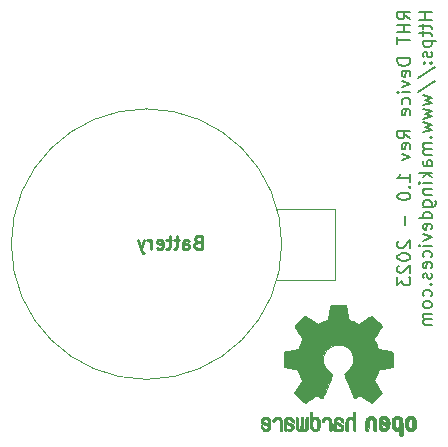
<source format=gbr>
%TF.GenerationSoftware,KiCad,Pcbnew,7.0.1*%
%TF.CreationDate,2023-04-20T20:08:01+02:00*%
%TF.ProjectId,RHT device,52485420-6465-4766-9963-652e6b696361,rev?*%
%TF.SameCoordinates,Original*%
%TF.FileFunction,Legend,Bot*%
%TF.FilePolarity,Positive*%
%FSLAX46Y46*%
G04 Gerber Fmt 4.6, Leading zero omitted, Abs format (unit mm)*
G04 Created by KiCad (PCBNEW 7.0.1) date 2023-04-20 20:08:01*
%MOMM*%
%LPD*%
G01*
G04 APERTURE LIST*
%ADD10C,0.200000*%
%ADD11C,0.275000*%
%ADD12C,0.100000*%
%ADD13C,0.010000*%
%ADD14C,1.850000*%
%ADD15R,1.500000X1.500000*%
%ADD16C,1.500000*%
%ADD17C,1.550000*%
%ADD18C,1.950000*%
G04 APERTURE END LIST*
D10*
X140008880Y-35073809D02*
X138908880Y-35073809D01*
X139432690Y-35073809D02*
X139432690Y-35702381D01*
X140008880Y-35702381D02*
X138908880Y-35702381D01*
X139275547Y-36069047D02*
X139275547Y-36488095D01*
X138908880Y-36226190D02*
X139851738Y-36226190D01*
X139851738Y-36226190D02*
X139956500Y-36278571D01*
X139956500Y-36278571D02*
X140008880Y-36383333D01*
X140008880Y-36383333D02*
X140008880Y-36488095D01*
X139275547Y-36697618D02*
X139275547Y-37116666D01*
X138908880Y-36854761D02*
X139851738Y-36854761D01*
X139851738Y-36854761D02*
X139956500Y-36907142D01*
X139956500Y-36907142D02*
X140008880Y-37011904D01*
X140008880Y-37011904D02*
X140008880Y-37116666D01*
X139275547Y-37483332D02*
X140375547Y-37483332D01*
X139327928Y-37483332D02*
X139275547Y-37588094D01*
X139275547Y-37588094D02*
X139275547Y-37797618D01*
X139275547Y-37797618D02*
X139327928Y-37902380D01*
X139327928Y-37902380D02*
X139380309Y-37954761D01*
X139380309Y-37954761D02*
X139485071Y-38007142D01*
X139485071Y-38007142D02*
X139799357Y-38007142D01*
X139799357Y-38007142D02*
X139904119Y-37954761D01*
X139904119Y-37954761D02*
X139956500Y-37902380D01*
X139956500Y-37902380D02*
X140008880Y-37797618D01*
X140008880Y-37797618D02*
X140008880Y-37588094D01*
X140008880Y-37588094D02*
X139956500Y-37483332D01*
X139956500Y-38426189D02*
X140008880Y-38530951D01*
X140008880Y-38530951D02*
X140008880Y-38740475D01*
X140008880Y-38740475D02*
X139956500Y-38845237D01*
X139956500Y-38845237D02*
X139851738Y-38897618D01*
X139851738Y-38897618D02*
X139799357Y-38897618D01*
X139799357Y-38897618D02*
X139694595Y-38845237D01*
X139694595Y-38845237D02*
X139642214Y-38740475D01*
X139642214Y-38740475D02*
X139642214Y-38583332D01*
X139642214Y-38583332D02*
X139589833Y-38478570D01*
X139589833Y-38478570D02*
X139485071Y-38426189D01*
X139485071Y-38426189D02*
X139432690Y-38426189D01*
X139432690Y-38426189D02*
X139327928Y-38478570D01*
X139327928Y-38478570D02*
X139275547Y-38583332D01*
X139275547Y-38583332D02*
X139275547Y-38740475D01*
X139275547Y-38740475D02*
X139327928Y-38845237D01*
X139904119Y-39369046D02*
X139956500Y-39421427D01*
X139956500Y-39421427D02*
X140008880Y-39369046D01*
X140008880Y-39369046D02*
X139956500Y-39316665D01*
X139956500Y-39316665D02*
X139904119Y-39369046D01*
X139904119Y-39369046D02*
X140008880Y-39369046D01*
X139327928Y-39369046D02*
X139380309Y-39421427D01*
X139380309Y-39421427D02*
X139432690Y-39369046D01*
X139432690Y-39369046D02*
X139380309Y-39316665D01*
X139380309Y-39316665D02*
X139327928Y-39369046D01*
X139327928Y-39369046D02*
X139432690Y-39369046D01*
X138856500Y-40678571D02*
X140270785Y-39735713D01*
X138856500Y-41830952D02*
X140270785Y-40888094D01*
X139275547Y-42092856D02*
X140008880Y-42302380D01*
X140008880Y-42302380D02*
X139485071Y-42511904D01*
X139485071Y-42511904D02*
X140008880Y-42721428D01*
X140008880Y-42721428D02*
X139275547Y-42930952D01*
X139275547Y-43245237D02*
X140008880Y-43454761D01*
X140008880Y-43454761D02*
X139485071Y-43664285D01*
X139485071Y-43664285D02*
X140008880Y-43873809D01*
X140008880Y-43873809D02*
X139275547Y-44083333D01*
X139275547Y-44397618D02*
X140008880Y-44607142D01*
X140008880Y-44607142D02*
X139485071Y-44816666D01*
X139485071Y-44816666D02*
X140008880Y-45026190D01*
X140008880Y-45026190D02*
X139275547Y-45235714D01*
X139904119Y-45654761D02*
X139956500Y-45707142D01*
X139956500Y-45707142D02*
X140008880Y-45654761D01*
X140008880Y-45654761D02*
X139956500Y-45602380D01*
X139956500Y-45602380D02*
X139904119Y-45654761D01*
X139904119Y-45654761D02*
X140008880Y-45654761D01*
X140008880Y-46178571D02*
X139275547Y-46178571D01*
X139380309Y-46178571D02*
X139327928Y-46230952D01*
X139327928Y-46230952D02*
X139275547Y-46335714D01*
X139275547Y-46335714D02*
X139275547Y-46492857D01*
X139275547Y-46492857D02*
X139327928Y-46597619D01*
X139327928Y-46597619D02*
X139432690Y-46650000D01*
X139432690Y-46650000D02*
X140008880Y-46650000D01*
X139432690Y-46650000D02*
X139327928Y-46702381D01*
X139327928Y-46702381D02*
X139275547Y-46807143D01*
X139275547Y-46807143D02*
X139275547Y-46964286D01*
X139275547Y-46964286D02*
X139327928Y-47069047D01*
X139327928Y-47069047D02*
X139432690Y-47121428D01*
X139432690Y-47121428D02*
X140008880Y-47121428D01*
X140008880Y-48116667D02*
X139432690Y-48116667D01*
X139432690Y-48116667D02*
X139327928Y-48064286D01*
X139327928Y-48064286D02*
X139275547Y-47959524D01*
X139275547Y-47959524D02*
X139275547Y-47750000D01*
X139275547Y-47750000D02*
X139327928Y-47645238D01*
X139956500Y-48116667D02*
X140008880Y-48011905D01*
X140008880Y-48011905D02*
X140008880Y-47750000D01*
X140008880Y-47750000D02*
X139956500Y-47645238D01*
X139956500Y-47645238D02*
X139851738Y-47592857D01*
X139851738Y-47592857D02*
X139746976Y-47592857D01*
X139746976Y-47592857D02*
X139642214Y-47645238D01*
X139642214Y-47645238D02*
X139589833Y-47750000D01*
X139589833Y-47750000D02*
X139589833Y-48011905D01*
X139589833Y-48011905D02*
X139537452Y-48116667D01*
X140008880Y-48640476D02*
X138908880Y-48640476D01*
X139589833Y-48745238D02*
X140008880Y-49059524D01*
X139275547Y-49059524D02*
X139694595Y-48640476D01*
X140008880Y-49530952D02*
X139275547Y-49530952D01*
X138908880Y-49530952D02*
X138961261Y-49478571D01*
X138961261Y-49478571D02*
X139013642Y-49530952D01*
X139013642Y-49530952D02*
X138961261Y-49583333D01*
X138961261Y-49583333D02*
X138908880Y-49530952D01*
X138908880Y-49530952D02*
X139013642Y-49530952D01*
X139275547Y-50054762D02*
X140008880Y-50054762D01*
X139380309Y-50054762D02*
X139327928Y-50107143D01*
X139327928Y-50107143D02*
X139275547Y-50211905D01*
X139275547Y-50211905D02*
X139275547Y-50369048D01*
X139275547Y-50369048D02*
X139327928Y-50473810D01*
X139327928Y-50473810D02*
X139432690Y-50526191D01*
X139432690Y-50526191D02*
X140008880Y-50526191D01*
X139275547Y-51521429D02*
X140166023Y-51521429D01*
X140166023Y-51521429D02*
X140270785Y-51469048D01*
X140270785Y-51469048D02*
X140323166Y-51416667D01*
X140323166Y-51416667D02*
X140375547Y-51311905D01*
X140375547Y-51311905D02*
X140375547Y-51154762D01*
X140375547Y-51154762D02*
X140323166Y-51050000D01*
X139956500Y-51521429D02*
X140008880Y-51416667D01*
X140008880Y-51416667D02*
X140008880Y-51207143D01*
X140008880Y-51207143D02*
X139956500Y-51102381D01*
X139956500Y-51102381D02*
X139904119Y-51050000D01*
X139904119Y-51050000D02*
X139799357Y-50997619D01*
X139799357Y-50997619D02*
X139485071Y-50997619D01*
X139485071Y-50997619D02*
X139380309Y-51050000D01*
X139380309Y-51050000D02*
X139327928Y-51102381D01*
X139327928Y-51102381D02*
X139275547Y-51207143D01*
X139275547Y-51207143D02*
X139275547Y-51416667D01*
X139275547Y-51416667D02*
X139327928Y-51521429D01*
X140008880Y-52516667D02*
X138908880Y-52516667D01*
X139956500Y-52516667D02*
X140008880Y-52411905D01*
X140008880Y-52411905D02*
X140008880Y-52202381D01*
X140008880Y-52202381D02*
X139956500Y-52097619D01*
X139956500Y-52097619D02*
X139904119Y-52045238D01*
X139904119Y-52045238D02*
X139799357Y-51992857D01*
X139799357Y-51992857D02*
X139485071Y-51992857D01*
X139485071Y-51992857D02*
X139380309Y-52045238D01*
X139380309Y-52045238D02*
X139327928Y-52097619D01*
X139327928Y-52097619D02*
X139275547Y-52202381D01*
X139275547Y-52202381D02*
X139275547Y-52411905D01*
X139275547Y-52411905D02*
X139327928Y-52516667D01*
X139956500Y-53459524D02*
X140008880Y-53354762D01*
X140008880Y-53354762D02*
X140008880Y-53145238D01*
X140008880Y-53145238D02*
X139956500Y-53040476D01*
X139956500Y-53040476D02*
X139851738Y-52988095D01*
X139851738Y-52988095D02*
X139432690Y-52988095D01*
X139432690Y-52988095D02*
X139327928Y-53040476D01*
X139327928Y-53040476D02*
X139275547Y-53145238D01*
X139275547Y-53145238D02*
X139275547Y-53354762D01*
X139275547Y-53354762D02*
X139327928Y-53459524D01*
X139327928Y-53459524D02*
X139432690Y-53511905D01*
X139432690Y-53511905D02*
X139537452Y-53511905D01*
X139537452Y-53511905D02*
X139642214Y-52988095D01*
X139275547Y-53878571D02*
X140008880Y-54140476D01*
X140008880Y-54140476D02*
X139275547Y-54402381D01*
X140008880Y-54821428D02*
X139275547Y-54821428D01*
X138908880Y-54821428D02*
X138961261Y-54769047D01*
X138961261Y-54769047D02*
X139013642Y-54821428D01*
X139013642Y-54821428D02*
X138961261Y-54873809D01*
X138961261Y-54873809D02*
X138908880Y-54821428D01*
X138908880Y-54821428D02*
X139013642Y-54821428D01*
X139956500Y-55816667D02*
X140008880Y-55711905D01*
X140008880Y-55711905D02*
X140008880Y-55502381D01*
X140008880Y-55502381D02*
X139956500Y-55397619D01*
X139956500Y-55397619D02*
X139904119Y-55345238D01*
X139904119Y-55345238D02*
X139799357Y-55292857D01*
X139799357Y-55292857D02*
X139485071Y-55292857D01*
X139485071Y-55292857D02*
X139380309Y-55345238D01*
X139380309Y-55345238D02*
X139327928Y-55397619D01*
X139327928Y-55397619D02*
X139275547Y-55502381D01*
X139275547Y-55502381D02*
X139275547Y-55711905D01*
X139275547Y-55711905D02*
X139327928Y-55816667D01*
X139956500Y-56707143D02*
X140008880Y-56602381D01*
X140008880Y-56602381D02*
X140008880Y-56392857D01*
X140008880Y-56392857D02*
X139956500Y-56288095D01*
X139956500Y-56288095D02*
X139851738Y-56235714D01*
X139851738Y-56235714D02*
X139432690Y-56235714D01*
X139432690Y-56235714D02*
X139327928Y-56288095D01*
X139327928Y-56288095D02*
X139275547Y-56392857D01*
X139275547Y-56392857D02*
X139275547Y-56602381D01*
X139275547Y-56602381D02*
X139327928Y-56707143D01*
X139327928Y-56707143D02*
X139432690Y-56759524D01*
X139432690Y-56759524D02*
X139537452Y-56759524D01*
X139537452Y-56759524D02*
X139642214Y-56235714D01*
X139956500Y-57178571D02*
X140008880Y-57283333D01*
X140008880Y-57283333D02*
X140008880Y-57492857D01*
X140008880Y-57492857D02*
X139956500Y-57597619D01*
X139956500Y-57597619D02*
X139851738Y-57650000D01*
X139851738Y-57650000D02*
X139799357Y-57650000D01*
X139799357Y-57650000D02*
X139694595Y-57597619D01*
X139694595Y-57597619D02*
X139642214Y-57492857D01*
X139642214Y-57492857D02*
X139642214Y-57335714D01*
X139642214Y-57335714D02*
X139589833Y-57230952D01*
X139589833Y-57230952D02*
X139485071Y-57178571D01*
X139485071Y-57178571D02*
X139432690Y-57178571D01*
X139432690Y-57178571D02*
X139327928Y-57230952D01*
X139327928Y-57230952D02*
X139275547Y-57335714D01*
X139275547Y-57335714D02*
X139275547Y-57492857D01*
X139275547Y-57492857D02*
X139327928Y-57597619D01*
X139904119Y-58121428D02*
X139956500Y-58173809D01*
X139956500Y-58173809D02*
X140008880Y-58121428D01*
X140008880Y-58121428D02*
X139956500Y-58069047D01*
X139956500Y-58069047D02*
X139904119Y-58121428D01*
X139904119Y-58121428D02*
X140008880Y-58121428D01*
X139956500Y-59116667D02*
X140008880Y-59011905D01*
X140008880Y-59011905D02*
X140008880Y-58802381D01*
X140008880Y-58802381D02*
X139956500Y-58697619D01*
X139956500Y-58697619D02*
X139904119Y-58645238D01*
X139904119Y-58645238D02*
X139799357Y-58592857D01*
X139799357Y-58592857D02*
X139485071Y-58592857D01*
X139485071Y-58592857D02*
X139380309Y-58645238D01*
X139380309Y-58645238D02*
X139327928Y-58697619D01*
X139327928Y-58697619D02*
X139275547Y-58802381D01*
X139275547Y-58802381D02*
X139275547Y-59011905D01*
X139275547Y-59011905D02*
X139327928Y-59116667D01*
X140008880Y-59745238D02*
X139956500Y-59640476D01*
X139956500Y-59640476D02*
X139904119Y-59588095D01*
X139904119Y-59588095D02*
X139799357Y-59535714D01*
X139799357Y-59535714D02*
X139485071Y-59535714D01*
X139485071Y-59535714D02*
X139380309Y-59588095D01*
X139380309Y-59588095D02*
X139327928Y-59640476D01*
X139327928Y-59640476D02*
X139275547Y-59745238D01*
X139275547Y-59745238D02*
X139275547Y-59902381D01*
X139275547Y-59902381D02*
X139327928Y-60007143D01*
X139327928Y-60007143D02*
X139380309Y-60059524D01*
X139380309Y-60059524D02*
X139485071Y-60111905D01*
X139485071Y-60111905D02*
X139799357Y-60111905D01*
X139799357Y-60111905D02*
X139904119Y-60059524D01*
X139904119Y-60059524D02*
X139956500Y-60007143D01*
X139956500Y-60007143D02*
X140008880Y-59902381D01*
X140008880Y-59902381D02*
X140008880Y-59745238D01*
X140008880Y-60583333D02*
X139275547Y-60583333D01*
X139380309Y-60583333D02*
X139327928Y-60635714D01*
X139327928Y-60635714D02*
X139275547Y-60740476D01*
X139275547Y-60740476D02*
X139275547Y-60897619D01*
X139275547Y-60897619D02*
X139327928Y-61002381D01*
X139327928Y-61002381D02*
X139432690Y-61054762D01*
X139432690Y-61054762D02*
X140008880Y-61054762D01*
X139432690Y-61054762D02*
X139327928Y-61107143D01*
X139327928Y-61107143D02*
X139275547Y-61211905D01*
X139275547Y-61211905D02*
X139275547Y-61369048D01*
X139275547Y-61369048D02*
X139327928Y-61473809D01*
X139327928Y-61473809D02*
X139432690Y-61526190D01*
X139432690Y-61526190D02*
X140008880Y-61526190D01*
D11*
X120178570Y-54532690D02*
X120021427Y-54585071D01*
X120021427Y-54585071D02*
X119969046Y-54637452D01*
X119969046Y-54637452D02*
X119916665Y-54742214D01*
X119916665Y-54742214D02*
X119916665Y-54899357D01*
X119916665Y-54899357D02*
X119969046Y-55004119D01*
X119969046Y-55004119D02*
X120021427Y-55056500D01*
X120021427Y-55056500D02*
X120126189Y-55108880D01*
X120126189Y-55108880D02*
X120545237Y-55108880D01*
X120545237Y-55108880D02*
X120545237Y-54008880D01*
X120545237Y-54008880D02*
X120178570Y-54008880D01*
X120178570Y-54008880D02*
X120073808Y-54061261D01*
X120073808Y-54061261D02*
X120021427Y-54113642D01*
X120021427Y-54113642D02*
X119969046Y-54218404D01*
X119969046Y-54218404D02*
X119969046Y-54323166D01*
X119969046Y-54323166D02*
X120021427Y-54427928D01*
X120021427Y-54427928D02*
X120073808Y-54480309D01*
X120073808Y-54480309D02*
X120178570Y-54532690D01*
X120178570Y-54532690D02*
X120545237Y-54532690D01*
X118973808Y-55108880D02*
X118973808Y-54532690D01*
X118973808Y-54532690D02*
X119026189Y-54427928D01*
X119026189Y-54427928D02*
X119130951Y-54375547D01*
X119130951Y-54375547D02*
X119340475Y-54375547D01*
X119340475Y-54375547D02*
X119445237Y-54427928D01*
X118973808Y-55056500D02*
X119078570Y-55108880D01*
X119078570Y-55108880D02*
X119340475Y-55108880D01*
X119340475Y-55108880D02*
X119445237Y-55056500D01*
X119445237Y-55056500D02*
X119497618Y-54951738D01*
X119497618Y-54951738D02*
X119497618Y-54846976D01*
X119497618Y-54846976D02*
X119445237Y-54742214D01*
X119445237Y-54742214D02*
X119340475Y-54689833D01*
X119340475Y-54689833D02*
X119078570Y-54689833D01*
X119078570Y-54689833D02*
X118973808Y-54637452D01*
X118607142Y-54375547D02*
X118188094Y-54375547D01*
X118449999Y-54008880D02*
X118449999Y-54951738D01*
X118449999Y-54951738D02*
X118397618Y-55056500D01*
X118397618Y-55056500D02*
X118292856Y-55108880D01*
X118292856Y-55108880D02*
X118188094Y-55108880D01*
X117978571Y-54375547D02*
X117559523Y-54375547D01*
X117821428Y-54008880D02*
X117821428Y-54951738D01*
X117821428Y-54951738D02*
X117769047Y-55056500D01*
X117769047Y-55056500D02*
X117664285Y-55108880D01*
X117664285Y-55108880D02*
X117559523Y-55108880D01*
X116773809Y-55056500D02*
X116878571Y-55108880D01*
X116878571Y-55108880D02*
X117088095Y-55108880D01*
X117088095Y-55108880D02*
X117192857Y-55056500D01*
X117192857Y-55056500D02*
X117245238Y-54951738D01*
X117245238Y-54951738D02*
X117245238Y-54532690D01*
X117245238Y-54532690D02*
X117192857Y-54427928D01*
X117192857Y-54427928D02*
X117088095Y-54375547D01*
X117088095Y-54375547D02*
X116878571Y-54375547D01*
X116878571Y-54375547D02*
X116773809Y-54427928D01*
X116773809Y-54427928D02*
X116721428Y-54532690D01*
X116721428Y-54532690D02*
X116721428Y-54637452D01*
X116721428Y-54637452D02*
X117245238Y-54742214D01*
X116250000Y-55108880D02*
X116250000Y-54375547D01*
X116250000Y-54585071D02*
X116197619Y-54480309D01*
X116197619Y-54480309D02*
X116145238Y-54427928D01*
X116145238Y-54427928D02*
X116040476Y-54375547D01*
X116040476Y-54375547D02*
X115935714Y-54375547D01*
X115673810Y-54375547D02*
X115411905Y-55108880D01*
X115150000Y-54375547D02*
X115411905Y-55108880D01*
X115411905Y-55108880D02*
X115516667Y-55370785D01*
X115516667Y-55370785D02*
X115569048Y-55423166D01*
X115569048Y-55423166D02*
X115673810Y-55475547D01*
D10*
X138208880Y-35678572D02*
X137685071Y-35311905D01*
X138208880Y-35050000D02*
X137108880Y-35050000D01*
X137108880Y-35050000D02*
X137108880Y-35469048D01*
X137108880Y-35469048D02*
X137161261Y-35573810D01*
X137161261Y-35573810D02*
X137213642Y-35626191D01*
X137213642Y-35626191D02*
X137318404Y-35678572D01*
X137318404Y-35678572D02*
X137475547Y-35678572D01*
X137475547Y-35678572D02*
X137580309Y-35626191D01*
X137580309Y-35626191D02*
X137632690Y-35573810D01*
X137632690Y-35573810D02*
X137685071Y-35469048D01*
X137685071Y-35469048D02*
X137685071Y-35050000D01*
X138208880Y-36150000D02*
X137108880Y-36150000D01*
X137632690Y-36150000D02*
X137632690Y-36778572D01*
X138208880Y-36778572D02*
X137108880Y-36778572D01*
X137108880Y-37145238D02*
X137108880Y-37773810D01*
X138208880Y-37459524D02*
X137108880Y-37459524D01*
X138208880Y-38978571D02*
X137108880Y-38978571D01*
X137108880Y-38978571D02*
X137108880Y-39240476D01*
X137108880Y-39240476D02*
X137161261Y-39397619D01*
X137161261Y-39397619D02*
X137266023Y-39502381D01*
X137266023Y-39502381D02*
X137370785Y-39554762D01*
X137370785Y-39554762D02*
X137580309Y-39607143D01*
X137580309Y-39607143D02*
X137737452Y-39607143D01*
X137737452Y-39607143D02*
X137946976Y-39554762D01*
X137946976Y-39554762D02*
X138051738Y-39502381D01*
X138051738Y-39502381D02*
X138156500Y-39397619D01*
X138156500Y-39397619D02*
X138208880Y-39240476D01*
X138208880Y-39240476D02*
X138208880Y-38978571D01*
X138156500Y-40497619D02*
X138208880Y-40392857D01*
X138208880Y-40392857D02*
X138208880Y-40183333D01*
X138208880Y-40183333D02*
X138156500Y-40078571D01*
X138156500Y-40078571D02*
X138051738Y-40026190D01*
X138051738Y-40026190D02*
X137632690Y-40026190D01*
X137632690Y-40026190D02*
X137527928Y-40078571D01*
X137527928Y-40078571D02*
X137475547Y-40183333D01*
X137475547Y-40183333D02*
X137475547Y-40392857D01*
X137475547Y-40392857D02*
X137527928Y-40497619D01*
X137527928Y-40497619D02*
X137632690Y-40550000D01*
X137632690Y-40550000D02*
X137737452Y-40550000D01*
X137737452Y-40550000D02*
X137842214Y-40026190D01*
X137475547Y-40916666D02*
X138208880Y-41178571D01*
X138208880Y-41178571D02*
X137475547Y-41440476D01*
X138208880Y-41859523D02*
X137475547Y-41859523D01*
X137108880Y-41859523D02*
X137161261Y-41807142D01*
X137161261Y-41807142D02*
X137213642Y-41859523D01*
X137213642Y-41859523D02*
X137161261Y-41911904D01*
X137161261Y-41911904D02*
X137108880Y-41859523D01*
X137108880Y-41859523D02*
X137213642Y-41859523D01*
X138156500Y-42854762D02*
X138208880Y-42750000D01*
X138208880Y-42750000D02*
X138208880Y-42540476D01*
X138208880Y-42540476D02*
X138156500Y-42435714D01*
X138156500Y-42435714D02*
X138104119Y-42383333D01*
X138104119Y-42383333D02*
X137999357Y-42330952D01*
X137999357Y-42330952D02*
X137685071Y-42330952D01*
X137685071Y-42330952D02*
X137580309Y-42383333D01*
X137580309Y-42383333D02*
X137527928Y-42435714D01*
X137527928Y-42435714D02*
X137475547Y-42540476D01*
X137475547Y-42540476D02*
X137475547Y-42750000D01*
X137475547Y-42750000D02*
X137527928Y-42854762D01*
X138156500Y-43745238D02*
X138208880Y-43640476D01*
X138208880Y-43640476D02*
X138208880Y-43430952D01*
X138208880Y-43430952D02*
X138156500Y-43326190D01*
X138156500Y-43326190D02*
X138051738Y-43273809D01*
X138051738Y-43273809D02*
X137632690Y-43273809D01*
X137632690Y-43273809D02*
X137527928Y-43326190D01*
X137527928Y-43326190D02*
X137475547Y-43430952D01*
X137475547Y-43430952D02*
X137475547Y-43640476D01*
X137475547Y-43640476D02*
X137527928Y-43745238D01*
X137527928Y-43745238D02*
X137632690Y-43797619D01*
X137632690Y-43797619D02*
X137737452Y-43797619D01*
X137737452Y-43797619D02*
X137842214Y-43273809D01*
X138208880Y-45735714D02*
X137685071Y-45369047D01*
X138208880Y-45107142D02*
X137108880Y-45107142D01*
X137108880Y-45107142D02*
X137108880Y-45526190D01*
X137108880Y-45526190D02*
X137161261Y-45630952D01*
X137161261Y-45630952D02*
X137213642Y-45683333D01*
X137213642Y-45683333D02*
X137318404Y-45735714D01*
X137318404Y-45735714D02*
X137475547Y-45735714D01*
X137475547Y-45735714D02*
X137580309Y-45683333D01*
X137580309Y-45683333D02*
X137632690Y-45630952D01*
X137632690Y-45630952D02*
X137685071Y-45526190D01*
X137685071Y-45526190D02*
X137685071Y-45107142D01*
X138156500Y-46626190D02*
X138208880Y-46521428D01*
X138208880Y-46521428D02*
X138208880Y-46311904D01*
X138208880Y-46311904D02*
X138156500Y-46207142D01*
X138156500Y-46207142D02*
X138051738Y-46154761D01*
X138051738Y-46154761D02*
X137632690Y-46154761D01*
X137632690Y-46154761D02*
X137527928Y-46207142D01*
X137527928Y-46207142D02*
X137475547Y-46311904D01*
X137475547Y-46311904D02*
X137475547Y-46521428D01*
X137475547Y-46521428D02*
X137527928Y-46626190D01*
X137527928Y-46626190D02*
X137632690Y-46678571D01*
X137632690Y-46678571D02*
X137737452Y-46678571D01*
X137737452Y-46678571D02*
X137842214Y-46154761D01*
X137475547Y-47045237D02*
X138208880Y-47307142D01*
X138208880Y-47307142D02*
X137475547Y-47569047D01*
X138208880Y-49402380D02*
X138208880Y-48773808D01*
X138208880Y-49088094D02*
X137108880Y-49088094D01*
X137108880Y-49088094D02*
X137266023Y-48983332D01*
X137266023Y-48983332D02*
X137370785Y-48878570D01*
X137370785Y-48878570D02*
X137423166Y-48773808D01*
X138104119Y-49873808D02*
X138156500Y-49926189D01*
X138156500Y-49926189D02*
X138208880Y-49873808D01*
X138208880Y-49873808D02*
X138156500Y-49821427D01*
X138156500Y-49821427D02*
X138104119Y-49873808D01*
X138104119Y-49873808D02*
X138208880Y-49873808D01*
X137108880Y-50607142D02*
X137108880Y-50711904D01*
X137108880Y-50711904D02*
X137161261Y-50816666D01*
X137161261Y-50816666D02*
X137213642Y-50869047D01*
X137213642Y-50869047D02*
X137318404Y-50921428D01*
X137318404Y-50921428D02*
X137527928Y-50973809D01*
X137527928Y-50973809D02*
X137789833Y-50973809D01*
X137789833Y-50973809D02*
X137999357Y-50921428D01*
X137999357Y-50921428D02*
X138104119Y-50869047D01*
X138104119Y-50869047D02*
X138156500Y-50816666D01*
X138156500Y-50816666D02*
X138208880Y-50711904D01*
X138208880Y-50711904D02*
X138208880Y-50607142D01*
X138208880Y-50607142D02*
X138156500Y-50502380D01*
X138156500Y-50502380D02*
X138104119Y-50449999D01*
X138104119Y-50449999D02*
X137999357Y-50397618D01*
X137999357Y-50397618D02*
X137789833Y-50345237D01*
X137789833Y-50345237D02*
X137527928Y-50345237D01*
X137527928Y-50345237D02*
X137318404Y-50397618D01*
X137318404Y-50397618D02*
X137213642Y-50449999D01*
X137213642Y-50449999D02*
X137161261Y-50502380D01*
X137161261Y-50502380D02*
X137108880Y-50607142D01*
X137789833Y-52283332D02*
X137789833Y-53121428D01*
X137213642Y-54430951D02*
X137161261Y-54483332D01*
X137161261Y-54483332D02*
X137108880Y-54588094D01*
X137108880Y-54588094D02*
X137108880Y-54849999D01*
X137108880Y-54849999D02*
X137161261Y-54954761D01*
X137161261Y-54954761D02*
X137213642Y-55007142D01*
X137213642Y-55007142D02*
X137318404Y-55059523D01*
X137318404Y-55059523D02*
X137423166Y-55059523D01*
X137423166Y-55059523D02*
X137580309Y-55007142D01*
X137580309Y-55007142D02*
X138208880Y-54378570D01*
X138208880Y-54378570D02*
X138208880Y-55059523D01*
X137108880Y-55740475D02*
X137108880Y-55845237D01*
X137108880Y-55845237D02*
X137161261Y-55949999D01*
X137161261Y-55949999D02*
X137213642Y-56002380D01*
X137213642Y-56002380D02*
X137318404Y-56054761D01*
X137318404Y-56054761D02*
X137527928Y-56107142D01*
X137527928Y-56107142D02*
X137789833Y-56107142D01*
X137789833Y-56107142D02*
X137999357Y-56054761D01*
X137999357Y-56054761D02*
X138104119Y-56002380D01*
X138104119Y-56002380D02*
X138156500Y-55949999D01*
X138156500Y-55949999D02*
X138208880Y-55845237D01*
X138208880Y-55845237D02*
X138208880Y-55740475D01*
X138208880Y-55740475D02*
X138156500Y-55635713D01*
X138156500Y-55635713D02*
X138104119Y-55583332D01*
X138104119Y-55583332D02*
X137999357Y-55530951D01*
X137999357Y-55530951D02*
X137789833Y-55478570D01*
X137789833Y-55478570D02*
X137527928Y-55478570D01*
X137527928Y-55478570D02*
X137318404Y-55530951D01*
X137318404Y-55530951D02*
X137213642Y-55583332D01*
X137213642Y-55583332D02*
X137161261Y-55635713D01*
X137161261Y-55635713D02*
X137108880Y-55740475D01*
X137213642Y-56526189D02*
X137161261Y-56578570D01*
X137161261Y-56578570D02*
X137108880Y-56683332D01*
X137108880Y-56683332D02*
X137108880Y-56945237D01*
X137108880Y-56945237D02*
X137161261Y-57049999D01*
X137161261Y-57049999D02*
X137213642Y-57102380D01*
X137213642Y-57102380D02*
X137318404Y-57154761D01*
X137318404Y-57154761D02*
X137423166Y-57154761D01*
X137423166Y-57154761D02*
X137580309Y-57102380D01*
X137580309Y-57102380D02*
X138208880Y-56473808D01*
X138208880Y-56473808D02*
X138208880Y-57154761D01*
X137108880Y-57521427D02*
X137108880Y-58202380D01*
X137108880Y-58202380D02*
X137527928Y-57835713D01*
X137527928Y-57835713D02*
X137527928Y-57992856D01*
X137527928Y-57992856D02*
X137580309Y-58097618D01*
X137580309Y-58097618D02*
X137632690Y-58149999D01*
X137632690Y-58149999D02*
X137737452Y-58202380D01*
X137737452Y-58202380D02*
X137999357Y-58202380D01*
X137999357Y-58202380D02*
X138104119Y-58149999D01*
X138104119Y-58149999D02*
X138156500Y-58097618D01*
X138156500Y-58097618D02*
X138208880Y-57992856D01*
X138208880Y-57992856D02*
X138208880Y-57678570D01*
X138208880Y-57678570D02*
X138156500Y-57573808D01*
X138156500Y-57573808D02*
X138104119Y-57521427D01*
D12*
%TO.C,U2*%
X115870000Y-66150000D02*
X115870000Y-66150000D01*
X126870000Y-57700000D02*
X131870000Y-57700000D01*
X131870000Y-57700000D02*
X131870000Y-51700000D01*
X131870000Y-51700000D02*
X126870000Y-51700000D01*
X115870000Y-43250000D02*
X115870000Y-43250000D01*
X115870000Y-43250000D02*
G75*
G03*
X115870000Y-66150000I0J-11450000D01*
G01*
X115870000Y-66150000D02*
G75*
G03*
X115870000Y-43250000I0J11450000D01*
G01*
%TO.C,REF\u002A\u002A*%
D13*
X127036725Y-69324619D02*
X127157261Y-69369393D01*
X127207388Y-69403034D01*
X127258152Y-69451236D01*
X127294362Y-69512551D01*
X127318393Y-69596024D01*
X127332618Y-69710697D01*
X127339412Y-69865613D01*
X127341149Y-70069814D01*
X127340809Y-70175341D01*
X127339101Y-70319541D01*
X127336201Y-70434620D01*
X127332384Y-70510822D01*
X127327925Y-70538391D01*
X127298909Y-70529272D01*
X127240339Y-70504509D01*
X127238581Y-70503707D01*
X127208167Y-70487785D01*
X127187712Y-70465938D01*
X127175240Y-70427672D01*
X127168777Y-70362495D01*
X127166348Y-70259913D01*
X127165977Y-70109433D01*
X127165229Y-70013974D01*
X127157256Y-69834571D01*
X127138998Y-69703163D01*
X127108526Y-69612859D01*
X127063912Y-69556767D01*
X127003226Y-69527994D01*
X126994807Y-69525989D01*
X126881139Y-69524423D01*
X126792492Y-69575348D01*
X126731265Y-69677445D01*
X126720346Y-69706961D01*
X126695458Y-69772283D01*
X126682854Y-69802300D01*
X126656969Y-69798164D01*
X126600439Y-69775717D01*
X126547715Y-69738647D01*
X126523678Y-69668587D01*
X126530847Y-69618406D01*
X126574897Y-69516618D01*
X126646123Y-69421235D01*
X126729415Y-69355269D01*
X126764310Y-69340018D01*
X126896443Y-69314521D01*
X127036725Y-69324619D01*
G36*
X127036725Y-69324619D02*
G01*
X127157261Y-69369393D01*
X127207388Y-69403034D01*
X127258152Y-69451236D01*
X127294362Y-69512551D01*
X127318393Y-69596024D01*
X127332618Y-69710697D01*
X127339412Y-69865613D01*
X127341149Y-70069814D01*
X127340809Y-70175341D01*
X127339101Y-70319541D01*
X127336201Y-70434620D01*
X127332384Y-70510822D01*
X127327925Y-70538391D01*
X127298909Y-70529272D01*
X127240339Y-70504509D01*
X127238581Y-70503707D01*
X127208167Y-70487785D01*
X127187712Y-70465938D01*
X127175240Y-70427672D01*
X127168777Y-70362495D01*
X127166348Y-70259913D01*
X127165977Y-70109433D01*
X127165229Y-70013974D01*
X127157256Y-69834571D01*
X127138998Y-69703163D01*
X127108526Y-69612859D01*
X127063912Y-69556767D01*
X127003226Y-69527994D01*
X126994807Y-69525989D01*
X126881139Y-69524423D01*
X126792492Y-69575348D01*
X126731265Y-69677445D01*
X126720346Y-69706961D01*
X126695458Y-69772283D01*
X126682854Y-69802300D01*
X126656969Y-69798164D01*
X126600439Y-69775717D01*
X126547715Y-69738647D01*
X126523678Y-69668587D01*
X126530847Y-69618406D01*
X126574897Y-69516618D01*
X126646123Y-69421235D01*
X126729415Y-69355269D01*
X126764310Y-69340018D01*
X126896443Y-69314521D01*
X127036725Y-69324619D01*
G37*
X134978487Y-69257689D02*
X135114848Y-69321770D01*
X135226598Y-69432584D01*
X135249761Y-69467273D01*
X135268973Y-69506590D01*
X135282598Y-69556145D01*
X135291877Y-69625568D01*
X135298050Y-69724490D01*
X135302357Y-69862539D01*
X135306038Y-70049346D01*
X135315180Y-70567542D01*
X135238383Y-70538344D01*
X135168068Y-70511520D01*
X135115424Y-70485706D01*
X135081060Y-70452431D01*
X135061093Y-70401510D01*
X135051639Y-70322761D01*
X135048814Y-70205999D01*
X135048736Y-70041042D01*
X135048336Y-69909558D01*
X135045951Y-69783394D01*
X135040259Y-69697223D01*
X135029961Y-69640672D01*
X135013755Y-69603370D01*
X134990345Y-69574943D01*
X134932793Y-69534827D01*
X134836112Y-69519706D01*
X134740465Y-69557917D01*
X134734152Y-69562810D01*
X134714477Y-69585413D01*
X134699963Y-69621664D01*
X134689394Y-69680511D01*
X134681555Y-69770901D01*
X134675227Y-69901779D01*
X134669195Y-70082095D01*
X134654598Y-70564907D01*
X134530517Y-70509283D01*
X134406437Y-70453659D01*
X134406437Y-70012851D01*
X134406951Y-69893098D01*
X134411380Y-69726506D01*
X134422594Y-69602468D01*
X134443272Y-69510987D01*
X134476093Y-69442066D01*
X134523736Y-69385707D01*
X134588877Y-69331914D01*
X134682571Y-69277719D01*
X134830175Y-69242339D01*
X134978487Y-69257689D01*
G36*
X134978487Y-69257689D02*
G01*
X135114848Y-69321770D01*
X135226598Y-69432584D01*
X135249761Y-69467273D01*
X135268973Y-69506590D01*
X135282598Y-69556145D01*
X135291877Y-69625568D01*
X135298050Y-69724490D01*
X135302357Y-69862539D01*
X135306038Y-70049346D01*
X135315180Y-70567542D01*
X135238383Y-70538344D01*
X135168068Y-70511520D01*
X135115424Y-70485706D01*
X135081060Y-70452431D01*
X135061093Y-70401510D01*
X135051639Y-70322761D01*
X135048814Y-70205999D01*
X135048736Y-70041042D01*
X135048336Y-69909558D01*
X135045951Y-69783394D01*
X135040259Y-69697223D01*
X135029961Y-69640672D01*
X135013755Y-69603370D01*
X134990345Y-69574943D01*
X134932793Y-69534827D01*
X134836112Y-69519706D01*
X134740465Y-69557917D01*
X134734152Y-69562810D01*
X134714477Y-69585413D01*
X134699963Y-69621664D01*
X134689394Y-69680511D01*
X134681555Y-69770901D01*
X134675227Y-69901779D01*
X134669195Y-70082095D01*
X134654598Y-70564907D01*
X134530517Y-70509283D01*
X134406437Y-70453659D01*
X134406437Y-70012851D01*
X134406951Y-69893098D01*
X134411380Y-69726506D01*
X134422594Y-69602468D01*
X134443272Y-69510987D01*
X134476093Y-69442066D01*
X134523736Y-69385707D01*
X134588877Y-69331914D01*
X134682571Y-69277719D01*
X134830175Y-69242339D01*
X134978487Y-69257689D01*
G37*
X131310872Y-69355536D02*
X131320090Y-69360638D01*
X131395381Y-69419080D01*
X131462698Y-69494215D01*
X131474439Y-69511196D01*
X131496883Y-69550825D01*
X131512918Y-69597858D01*
X131523945Y-69662492D01*
X131531365Y-69754923D01*
X131536579Y-69885349D01*
X131540989Y-70063965D01*
X131541614Y-70094162D01*
X131543620Y-70289941D01*
X131540792Y-70428603D01*
X131533088Y-70511103D01*
X131520466Y-70538391D01*
X131482267Y-70530220D01*
X131417374Y-70505463D01*
X131402094Y-70498223D01*
X131378227Y-70481835D01*
X131361769Y-70454893D01*
X131351005Y-70407833D01*
X131344219Y-70331088D01*
X131339693Y-70215095D01*
X131335713Y-70050287D01*
X131334622Y-70002112D01*
X131330407Y-69849960D01*
X131324936Y-69743476D01*
X131316554Y-69672565D01*
X131303606Y-69627129D01*
X131284439Y-69597072D01*
X131257398Y-69572296D01*
X131177337Y-69528861D01*
X131078846Y-69520498D01*
X130990719Y-69553734D01*
X130927314Y-69622548D01*
X130902988Y-69720920D01*
X130902311Y-69747658D01*
X130889024Y-69796065D01*
X130849796Y-69803450D01*
X130772983Y-69774624D01*
X130755192Y-69765378D01*
X130707109Y-69711006D01*
X130706157Y-69630161D01*
X130751968Y-69518352D01*
X130793990Y-69457419D01*
X130901435Y-69370859D01*
X131034057Y-69321920D01*
X131175867Y-69315260D01*
X131310872Y-69355536D01*
G36*
X131310872Y-69355536D02*
G01*
X131320090Y-69360638D01*
X131395381Y-69419080D01*
X131462698Y-69494215D01*
X131474439Y-69511196D01*
X131496883Y-69550825D01*
X131512918Y-69597858D01*
X131523945Y-69662492D01*
X131531365Y-69754923D01*
X131536579Y-69885349D01*
X131540989Y-70063965D01*
X131541614Y-70094162D01*
X131543620Y-70289941D01*
X131540792Y-70428603D01*
X131533088Y-70511103D01*
X131520466Y-70538391D01*
X131482267Y-70530220D01*
X131417374Y-70505463D01*
X131402094Y-70498223D01*
X131378227Y-70481835D01*
X131361769Y-70454893D01*
X131351005Y-70407833D01*
X131344219Y-70331088D01*
X131339693Y-70215095D01*
X131335713Y-70050287D01*
X131334622Y-70002112D01*
X131330407Y-69849960D01*
X131324936Y-69743476D01*
X131316554Y-69672565D01*
X131303606Y-69627129D01*
X131284439Y-69597072D01*
X131257398Y-69572296D01*
X131177337Y-69528861D01*
X131078846Y-69520498D01*
X130990719Y-69553734D01*
X130927314Y-69622548D01*
X130902988Y-69720920D01*
X130902311Y-69747658D01*
X130889024Y-69796065D01*
X130849796Y-69803450D01*
X130772983Y-69774624D01*
X130755192Y-69765378D01*
X130707109Y-69711006D01*
X130706157Y-69630161D01*
X130751968Y-69518352D01*
X130793990Y-69457419D01*
X130901435Y-69370859D01*
X131034057Y-69321920D01*
X131175867Y-69315260D01*
X131310872Y-69355536D01*
G37*
X129392410Y-69320970D02*
X129456442Y-69346066D01*
X129530805Y-69379947D01*
X129530805Y-70358727D01*
X129438415Y-70451117D01*
X129417310Y-70471835D01*
X129358847Y-70517885D01*
X129299886Y-70532801D01*
X129212150Y-70525934D01*
X129176429Y-70521494D01*
X129084301Y-70512102D01*
X129019885Y-70508361D01*
X129000778Y-70508933D01*
X128922390Y-70515126D01*
X128827620Y-70525934D01*
X128797298Y-70529647D01*
X128720911Y-70531107D01*
X128665022Y-70508047D01*
X128601355Y-70451117D01*
X128508965Y-70358727D01*
X128508965Y-69835455D01*
X128509685Y-69680821D01*
X128511929Y-69533391D01*
X128515421Y-69416653D01*
X128519876Y-69339840D01*
X128525013Y-69312184D01*
X128526090Y-69312258D01*
X128563407Y-69326019D01*
X128626457Y-69356344D01*
X128711854Y-69400505D01*
X128719893Y-69859965D01*
X128727931Y-70319425D01*
X128903103Y-70319425D01*
X128911092Y-69815805D01*
X128913624Y-69678904D01*
X128917249Y-69532579D01*
X128921177Y-69416411D01*
X128925080Y-69339809D01*
X128928632Y-69312184D01*
X128929653Y-69312281D01*
X128965051Y-69322443D01*
X129030126Y-69344235D01*
X129122069Y-69376287D01*
X129122516Y-69818661D01*
X129122964Y-69895507D01*
X129126069Y-70044834D01*
X129131622Y-70169544D01*
X129139033Y-70258379D01*
X129147714Y-70300083D01*
X129178771Y-70322389D01*
X129242152Y-70329278D01*
X129311839Y-70319425D01*
X129319827Y-69815805D01*
X129322686Y-69687828D01*
X129328614Y-69536348D01*
X129336365Y-69417530D01*
X129345343Y-69339950D01*
X129354948Y-69312184D01*
X129392410Y-69320970D01*
G36*
X129392410Y-69320970D02*
G01*
X129456442Y-69346066D01*
X129530805Y-69379947D01*
X129530805Y-70358727D01*
X129438415Y-70451117D01*
X129417310Y-70471835D01*
X129358847Y-70517885D01*
X129299886Y-70532801D01*
X129212150Y-70525934D01*
X129176429Y-70521494D01*
X129084301Y-70512102D01*
X129019885Y-70508361D01*
X129000778Y-70508933D01*
X128922390Y-70515126D01*
X128827620Y-70525934D01*
X128797298Y-70529647D01*
X128720911Y-70531107D01*
X128665022Y-70508047D01*
X128601355Y-70451117D01*
X128508965Y-70358727D01*
X128508965Y-69835455D01*
X128509685Y-69680821D01*
X128511929Y-69533391D01*
X128515421Y-69416653D01*
X128519876Y-69339840D01*
X128525013Y-69312184D01*
X128526090Y-69312258D01*
X128563407Y-69326019D01*
X128626457Y-69356344D01*
X128711854Y-69400505D01*
X128719893Y-69859965D01*
X128727931Y-70319425D01*
X128903103Y-70319425D01*
X128911092Y-69815805D01*
X128913624Y-69678904D01*
X128917249Y-69532579D01*
X128921177Y-69416411D01*
X128925080Y-69339809D01*
X128928632Y-69312184D01*
X128929653Y-69312281D01*
X128965051Y-69322443D01*
X129030126Y-69344235D01*
X129122069Y-69376287D01*
X129122516Y-69818661D01*
X129122964Y-69895507D01*
X129126069Y-70044834D01*
X129131622Y-70169544D01*
X129139033Y-70258379D01*
X129147714Y-70300083D01*
X129178771Y-70322389D01*
X129242152Y-70329278D01*
X129311839Y-70319425D01*
X129319827Y-69815805D01*
X129322686Y-69687828D01*
X129328614Y-69536348D01*
X129336365Y-69417530D01*
X129345343Y-69339950D01*
X129354948Y-69312184D01*
X129392410Y-69320970D01*
G37*
X133464885Y-68918997D02*
X133559770Y-68959020D01*
X133559770Y-69748706D01*
X133559769Y-69757920D01*
X133559377Y-69965083D01*
X133558329Y-70151432D01*
X133556722Y-70309453D01*
X133554655Y-70431630D01*
X133552225Y-70510448D01*
X133549529Y-70538391D01*
X133548475Y-70538297D01*
X133512647Y-70528144D01*
X133447345Y-70506339D01*
X133355402Y-70474288D01*
X133355402Y-70062991D01*
X133354818Y-69901385D01*
X133352104Y-69784177D01*
X133345858Y-69704415D01*
X133334680Y-69651531D01*
X133317168Y-69614957D01*
X133291922Y-69584123D01*
X133274710Y-69567725D01*
X133181636Y-69522307D01*
X133079051Y-69526328D01*
X132985043Y-69580032D01*
X132971358Y-69593359D01*
X132949439Y-69621032D01*
X132934440Y-69657614D01*
X132925053Y-69713000D01*
X132919968Y-69797088D01*
X132917877Y-69919773D01*
X132917471Y-70090951D01*
X132917276Y-70177769D01*
X132916010Y-70320565D01*
X132913761Y-70434923D01*
X132910758Y-70510860D01*
X132907230Y-70538391D01*
X132906176Y-70538297D01*
X132870348Y-70528144D01*
X132805046Y-70506339D01*
X132713103Y-70474288D01*
X132713149Y-70061109D01*
X132713218Y-70024326D01*
X132717081Y-69832580D01*
X132728950Y-69687586D01*
X132751725Y-69579510D01*
X132788307Y-69498519D01*
X132841595Y-69434778D01*
X132914490Y-69378455D01*
X132985586Y-69343199D01*
X133099255Y-69315946D01*
X133211060Y-69314398D01*
X133297011Y-69340910D01*
X133303473Y-69344571D01*
X133323401Y-69344179D01*
X133337019Y-69313506D01*
X133346846Y-69243188D01*
X133355402Y-69123857D01*
X133370000Y-68878973D01*
X133464885Y-68918997D01*
G36*
X133464885Y-68918997D02*
G01*
X133559770Y-68959020D01*
X133559770Y-69748706D01*
X133559769Y-69757920D01*
X133559377Y-69965083D01*
X133558329Y-70151432D01*
X133556722Y-70309453D01*
X133554655Y-70431630D01*
X133552225Y-70510448D01*
X133549529Y-70538391D01*
X133548475Y-70538297D01*
X133512647Y-70528144D01*
X133447345Y-70506339D01*
X133355402Y-70474288D01*
X133355402Y-70062991D01*
X133354818Y-69901385D01*
X133352104Y-69784177D01*
X133345858Y-69704415D01*
X133334680Y-69651531D01*
X133317168Y-69614957D01*
X133291922Y-69584123D01*
X133274710Y-69567725D01*
X133181636Y-69522307D01*
X133079051Y-69526328D01*
X132985043Y-69580032D01*
X132971358Y-69593359D01*
X132949439Y-69621032D01*
X132934440Y-69657614D01*
X132925053Y-69713000D01*
X132919968Y-69797088D01*
X132917877Y-69919773D01*
X132917471Y-70090951D01*
X132917276Y-70177769D01*
X132916010Y-70320565D01*
X132913761Y-70434923D01*
X132910758Y-70510860D01*
X132907230Y-70538391D01*
X132906176Y-70538297D01*
X132870348Y-70528144D01*
X132805046Y-70506339D01*
X132713103Y-70474288D01*
X132713149Y-70061109D01*
X132713218Y-70024326D01*
X132717081Y-69832580D01*
X132728950Y-69687586D01*
X132751725Y-69579510D01*
X132788307Y-69498519D01*
X132841595Y-69434778D01*
X132914490Y-69378455D01*
X132985586Y-69343199D01*
X133099255Y-69315946D01*
X133211060Y-69314398D01*
X133297011Y-69340910D01*
X133303473Y-69344571D01*
X133323401Y-69344179D01*
X133337019Y-69313506D01*
X133346846Y-69243188D01*
X133355402Y-69123857D01*
X133370000Y-68878973D01*
X133464885Y-68918997D01*
G37*
X138668893Y-69886019D02*
X138668965Y-69896092D01*
X138668938Y-69927744D01*
X138667355Y-70068918D01*
X138661916Y-70167285D01*
X138650643Y-70235990D01*
X138631561Y-70288181D01*
X138602694Y-70337004D01*
X138595592Y-70347135D01*
X138520444Y-70427012D01*
X138434820Y-70487253D01*
X138390852Y-70506802D01*
X138232861Y-70539408D01*
X138076613Y-70518317D01*
X137932618Y-70446249D01*
X137811385Y-70325922D01*
X137801150Y-70309803D01*
X137767847Y-70216205D01*
X137745405Y-70085879D01*
X137734516Y-69935371D01*
X137735740Y-69796147D01*
X138030384Y-69796147D01*
X138032706Y-69989020D01*
X138033639Y-70001433D01*
X138047242Y-70107857D01*
X138071465Y-70175346D01*
X138112365Y-70221584D01*
X138180941Y-70264895D01*
X138248764Y-70267172D01*
X138318621Y-70217241D01*
X138330771Y-70204102D01*
X138354575Y-70164785D01*
X138368628Y-70107674D01*
X138375313Y-70019256D01*
X138377011Y-69886019D01*
X138374101Y-69761222D01*
X138359582Y-69642326D01*
X138329610Y-69567184D01*
X138280589Y-69527893D01*
X138208924Y-69516552D01*
X138181632Y-69518807D01*
X138105176Y-69560160D01*
X138054650Y-69652900D01*
X138030384Y-69796147D01*
X137735740Y-69796147D01*
X137735871Y-69781227D01*
X137750161Y-69639992D01*
X137778075Y-69528213D01*
X137813949Y-69453766D01*
X137914939Y-69337968D01*
X138051779Y-69266015D01*
X138219283Y-69241281D01*
X138264019Y-69242619D01*
X138395758Y-69270008D01*
X138503968Y-69339007D01*
X138603276Y-69457864D01*
X138609184Y-69466681D01*
X138635921Y-69514108D01*
X138653312Y-69567714D01*
X138663312Y-69640549D01*
X138667878Y-69745659D01*
X138668893Y-69886019D01*
G36*
X138668893Y-69886019D02*
G01*
X138668965Y-69896092D01*
X138668938Y-69927744D01*
X138667355Y-70068918D01*
X138661916Y-70167285D01*
X138650643Y-70235990D01*
X138631561Y-70288181D01*
X138602694Y-70337004D01*
X138595592Y-70347135D01*
X138520444Y-70427012D01*
X138434820Y-70487253D01*
X138390852Y-70506802D01*
X138232861Y-70539408D01*
X138076613Y-70518317D01*
X137932618Y-70446249D01*
X137811385Y-70325922D01*
X137801150Y-70309803D01*
X137767847Y-70216205D01*
X137745405Y-70085879D01*
X137734516Y-69935371D01*
X137735740Y-69796147D01*
X138030384Y-69796147D01*
X138032706Y-69989020D01*
X138033639Y-70001433D01*
X138047242Y-70107857D01*
X138071465Y-70175346D01*
X138112365Y-70221584D01*
X138180941Y-70264895D01*
X138248764Y-70267172D01*
X138318621Y-70217241D01*
X138330771Y-70204102D01*
X138354575Y-70164785D01*
X138368628Y-70107674D01*
X138375313Y-70019256D01*
X138377011Y-69886019D01*
X138374101Y-69761222D01*
X138359582Y-69642326D01*
X138329610Y-69567184D01*
X138280589Y-69527893D01*
X138208924Y-69516552D01*
X138181632Y-69518807D01*
X138105176Y-69560160D01*
X138054650Y-69652900D01*
X138030384Y-69796147D01*
X137735740Y-69796147D01*
X137735871Y-69781227D01*
X137750161Y-69639992D01*
X137778075Y-69528213D01*
X137813949Y-69453766D01*
X137914939Y-69337968D01*
X138051779Y-69266015D01*
X138219283Y-69241281D01*
X138264019Y-69242619D01*
X138395758Y-69270008D01*
X138503968Y-69339007D01*
X138603276Y-69457864D01*
X138609184Y-69466681D01*
X138635921Y-69514108D01*
X138653312Y-69567714D01*
X138663312Y-69640549D01*
X138667878Y-69745659D01*
X138668893Y-69886019D01*
G37*
X126346378Y-69837853D02*
X126348313Y-69931136D01*
X126347744Y-70008946D01*
X126340612Y-70162254D01*
X126321948Y-70274441D01*
X126287537Y-70357554D01*
X126233162Y-70423641D01*
X126154610Y-70484747D01*
X126104630Y-70512535D01*
X126024513Y-70531251D01*
X125911970Y-70529774D01*
X125849050Y-70523845D01*
X125773153Y-70505742D01*
X125712487Y-70466391D01*
X125641912Y-70393066D01*
X125632482Y-70382356D01*
X125569034Y-70299938D01*
X125538762Y-70228156D01*
X125531034Y-70143034D01*
X125531034Y-70017946D01*
X125618447Y-70050940D01*
X125682175Y-70089509D01*
X125737567Y-70180008D01*
X125749131Y-70208983D01*
X125813788Y-70291041D01*
X125901804Y-70332347D01*
X125997637Y-70328633D01*
X126085747Y-70275632D01*
X126116028Y-70242582D01*
X126143489Y-70192720D01*
X126134899Y-70147416D01*
X126085463Y-70100790D01*
X125990389Y-70046958D01*
X125844885Y-69980039D01*
X125545632Y-69849056D01*
X125537691Y-69719298D01*
X125540676Y-69636649D01*
X125735652Y-69636649D01*
X125750453Y-69687815D01*
X125817797Y-69742442D01*
X125940027Y-69804597D01*
X125960253Y-69813601D01*
X126056970Y-69855493D01*
X126129334Y-69884958D01*
X126162961Y-69896092D01*
X126168056Y-69887896D01*
X126170101Y-69837853D01*
X126162812Y-69757414D01*
X126144452Y-69678753D01*
X126087188Y-69579651D01*
X126004524Y-69523808D01*
X125905784Y-69516250D01*
X125800289Y-69562000D01*
X125771053Y-69584876D01*
X125735652Y-69636649D01*
X125540676Y-69636649D01*
X125541196Y-69622255D01*
X125585336Y-69499617D01*
X125641050Y-69432034D01*
X125756561Y-69356540D01*
X125893588Y-69318403D01*
X126035237Y-69321422D01*
X126164617Y-69369393D01*
X126193099Y-69387813D01*
X126258428Y-69444811D01*
X126303106Y-69516916D01*
X126330641Y-69614853D01*
X126344541Y-69749351D01*
X126346378Y-69837853D01*
G36*
X126346378Y-69837853D02*
G01*
X126348313Y-69931136D01*
X126347744Y-70008946D01*
X126340612Y-70162254D01*
X126321948Y-70274441D01*
X126287537Y-70357554D01*
X126233162Y-70423641D01*
X126154610Y-70484747D01*
X126104630Y-70512535D01*
X126024513Y-70531251D01*
X125911970Y-70529774D01*
X125849050Y-70523845D01*
X125773153Y-70505742D01*
X125712487Y-70466391D01*
X125641912Y-70393066D01*
X125632482Y-70382356D01*
X125569034Y-70299938D01*
X125538762Y-70228156D01*
X125531034Y-70143034D01*
X125531034Y-70017946D01*
X125618447Y-70050940D01*
X125682175Y-70089509D01*
X125737567Y-70180008D01*
X125749131Y-70208983D01*
X125813788Y-70291041D01*
X125901804Y-70332347D01*
X125997637Y-70328633D01*
X126085747Y-70275632D01*
X126116028Y-70242582D01*
X126143489Y-70192720D01*
X126134899Y-70147416D01*
X126085463Y-70100790D01*
X125990389Y-70046958D01*
X125844885Y-69980039D01*
X125545632Y-69849056D01*
X125537691Y-69719298D01*
X125540676Y-69636649D01*
X125735652Y-69636649D01*
X125750453Y-69687815D01*
X125817797Y-69742442D01*
X125940027Y-69804597D01*
X125960253Y-69813601D01*
X126056970Y-69855493D01*
X126129334Y-69884958D01*
X126162961Y-69896092D01*
X126168056Y-69887896D01*
X126170101Y-69837853D01*
X126162812Y-69757414D01*
X126144452Y-69678753D01*
X126087188Y-69579651D01*
X126004524Y-69523808D01*
X125905784Y-69516250D01*
X125800289Y-69562000D01*
X125771053Y-69584876D01*
X125735652Y-69636649D01*
X125540676Y-69636649D01*
X125541196Y-69622255D01*
X125585336Y-69499617D01*
X125641050Y-69432034D01*
X125756561Y-69356540D01*
X125893588Y-69318403D01*
X126035237Y-69321422D01*
X126164617Y-69369393D01*
X126193099Y-69387813D01*
X126258428Y-69444811D01*
X126303106Y-69516916D01*
X126330641Y-69614853D01*
X126344541Y-69749351D01*
X126346378Y-69837853D01*
G37*
X130552239Y-69917106D02*
X130552553Y-69925287D01*
X130550219Y-70039135D01*
X130533739Y-70194320D01*
X130497883Y-70310612D01*
X130438455Y-70399411D01*
X130351257Y-70472119D01*
X130268195Y-70514150D01*
X130128709Y-70537538D01*
X129989412Y-70511965D01*
X129863510Y-70440694D01*
X129764210Y-70326991D01*
X129752219Y-70306024D01*
X129736384Y-70269291D01*
X129724638Y-70222415D01*
X129716378Y-70157355D01*
X129710998Y-70066070D01*
X129707892Y-69940519D01*
X129707797Y-69929379D01*
X129910345Y-69929379D01*
X129911035Y-70035644D01*
X129915400Y-70131762D01*
X129926192Y-70193811D01*
X129946126Y-70235502D01*
X129977916Y-70270543D01*
X129985364Y-70277279D01*
X130081060Y-70326992D01*
X130182312Y-70321905D01*
X130276614Y-70262362D01*
X130304694Y-70231514D01*
X130328196Y-70190618D01*
X130341322Y-70134080D01*
X130347030Y-70047657D01*
X130348276Y-69917106D01*
X130347661Y-69817487D01*
X130343407Y-69720251D01*
X130332682Y-69657502D01*
X130312707Y-69615382D01*
X130280704Y-69580032D01*
X130261905Y-69564114D01*
X130164492Y-69521235D01*
X130062437Y-69527985D01*
X129973825Y-69584123D01*
X129954749Y-69606382D01*
X129931486Y-69648293D01*
X129918036Y-69706822D01*
X129911841Y-69795880D01*
X129910345Y-69929379D01*
X129707797Y-69929379D01*
X129706457Y-69772661D01*
X129706086Y-69554455D01*
X129705977Y-68877072D01*
X129800862Y-68916819D01*
X129825949Y-68927699D01*
X129865881Y-68952268D01*
X129888739Y-68989475D01*
X129901301Y-69054541D01*
X129910345Y-69162687D01*
X129918605Y-69259788D01*
X129929523Y-69323535D01*
X129945165Y-69347323D01*
X129968736Y-69340943D01*
X130028801Y-69318525D01*
X130136145Y-69312967D01*
X130251624Y-69333728D01*
X130351257Y-69378455D01*
X130406072Y-69419856D01*
X130476452Y-69500632D01*
X130521528Y-69604195D01*
X130545496Y-69741947D01*
X130552239Y-69917106D01*
G36*
X130552239Y-69917106D02*
G01*
X130552553Y-69925287D01*
X130550219Y-70039135D01*
X130533739Y-70194320D01*
X130497883Y-70310612D01*
X130438455Y-70399411D01*
X130351257Y-70472119D01*
X130268195Y-70514150D01*
X130128709Y-70537538D01*
X129989412Y-70511965D01*
X129863510Y-70440694D01*
X129764210Y-70326991D01*
X129752219Y-70306024D01*
X129736384Y-70269291D01*
X129724638Y-70222415D01*
X129716378Y-70157355D01*
X129710998Y-70066070D01*
X129707892Y-69940519D01*
X129707797Y-69929379D01*
X129910345Y-69929379D01*
X129911035Y-70035644D01*
X129915400Y-70131762D01*
X129926192Y-70193811D01*
X129946126Y-70235502D01*
X129977916Y-70270543D01*
X129985364Y-70277279D01*
X130081060Y-70326992D01*
X130182312Y-70321905D01*
X130276614Y-70262362D01*
X130304694Y-70231514D01*
X130328196Y-70190618D01*
X130341322Y-70134080D01*
X130347030Y-70047657D01*
X130348276Y-69917106D01*
X130347661Y-69817487D01*
X130343407Y-69720251D01*
X130332682Y-69657502D01*
X130312707Y-69615382D01*
X130280704Y-69580032D01*
X130261905Y-69564114D01*
X130164492Y-69521235D01*
X130062437Y-69527985D01*
X129973825Y-69584123D01*
X129954749Y-69606382D01*
X129931486Y-69648293D01*
X129918036Y-69706822D01*
X129911841Y-69795880D01*
X129910345Y-69929379D01*
X129707797Y-69929379D01*
X129706457Y-69772661D01*
X129706086Y-69554455D01*
X129705977Y-68877072D01*
X129800862Y-68916819D01*
X129825949Y-68927699D01*
X129865881Y-68952268D01*
X129888739Y-68989475D01*
X129901301Y-69054541D01*
X129910345Y-69162687D01*
X129918605Y-69259788D01*
X129929523Y-69323535D01*
X129945165Y-69347323D01*
X129968736Y-69340943D01*
X130028801Y-69318525D01*
X130136145Y-69312967D01*
X130251624Y-69333728D01*
X130351257Y-69378455D01*
X130406072Y-69419856D01*
X130476452Y-69500632D01*
X130521528Y-69604195D01*
X130545496Y-69741947D01*
X130552239Y-69917106D01*
G37*
X136438322Y-69710124D02*
X136449452Y-69813329D01*
X136440168Y-70034639D01*
X136434926Y-70081526D01*
X136395868Y-70248409D01*
X136325290Y-70375326D01*
X136217955Y-70472602D01*
X136211888Y-70476616D01*
X136075440Y-70533706D01*
X135932973Y-70538786D01*
X135795696Y-70495311D01*
X135674819Y-70406734D01*
X135581552Y-70276509D01*
X135579986Y-70273369D01*
X135548993Y-70192501D01*
X135526292Y-70100593D01*
X135514250Y-70014311D01*
X135515237Y-69950321D01*
X135531623Y-69925287D01*
X135546179Y-69926809D01*
X135615792Y-69954496D01*
X135694697Y-70005409D01*
X135761820Y-70064343D01*
X135796087Y-70116094D01*
X135831707Y-70186291D01*
X135904711Y-70250138D01*
X135989485Y-70275632D01*
X136020558Y-70268261D01*
X136081891Y-70231154D01*
X136135315Y-70179644D01*
X136158161Y-70132913D01*
X136158154Y-70132740D01*
X136132233Y-70111280D01*
X136063127Y-70072565D01*
X135961249Y-70022037D01*
X135837011Y-69965134D01*
X135836328Y-69964833D01*
X135701355Y-69904738D01*
X135610884Y-69861440D01*
X135556039Y-69828179D01*
X135527944Y-69798194D01*
X135517724Y-69764726D01*
X135516503Y-69721015D01*
X135524996Y-69638244D01*
X135813219Y-69638244D01*
X135842970Y-69664265D01*
X135917101Y-69703256D01*
X135919274Y-69704359D01*
X136006733Y-69746009D01*
X136084974Y-69779235D01*
X136134611Y-69793291D01*
X136154521Y-69774503D01*
X136158161Y-69710124D01*
X136143035Y-69630001D01*
X136090597Y-69557189D01*
X136014677Y-69519439D01*
X135930040Y-69523251D01*
X135851447Y-69575121D01*
X135820555Y-69610965D01*
X135813219Y-69638244D01*
X135524996Y-69638244D01*
X135527251Y-69616265D01*
X135580389Y-69473949D01*
X135669342Y-69362111D01*
X135784448Y-69284676D01*
X135916045Y-69245568D01*
X136054472Y-69248711D01*
X136190065Y-69298030D01*
X136313164Y-69397447D01*
X136381366Y-69495829D01*
X136430356Y-69636261D01*
X136438322Y-69710124D01*
G36*
X136438322Y-69710124D02*
G01*
X136449452Y-69813329D01*
X136440168Y-70034639D01*
X136434926Y-70081526D01*
X136395868Y-70248409D01*
X136325290Y-70375326D01*
X136217955Y-70472602D01*
X136211888Y-70476616D01*
X136075440Y-70533706D01*
X135932973Y-70538786D01*
X135795696Y-70495311D01*
X135674819Y-70406734D01*
X135581552Y-70276509D01*
X135579986Y-70273369D01*
X135548993Y-70192501D01*
X135526292Y-70100593D01*
X135514250Y-70014311D01*
X135515237Y-69950321D01*
X135531623Y-69925287D01*
X135546179Y-69926809D01*
X135615792Y-69954496D01*
X135694697Y-70005409D01*
X135761820Y-70064343D01*
X135796087Y-70116094D01*
X135831707Y-70186291D01*
X135904711Y-70250138D01*
X135989485Y-70275632D01*
X136020558Y-70268261D01*
X136081891Y-70231154D01*
X136135315Y-70179644D01*
X136158161Y-70132913D01*
X136158154Y-70132740D01*
X136132233Y-70111280D01*
X136063127Y-70072565D01*
X135961249Y-70022037D01*
X135837011Y-69965134D01*
X135836328Y-69964833D01*
X135701355Y-69904738D01*
X135610884Y-69861440D01*
X135556039Y-69828179D01*
X135527944Y-69798194D01*
X135517724Y-69764726D01*
X135516503Y-69721015D01*
X135524996Y-69638244D01*
X135813219Y-69638244D01*
X135842970Y-69664265D01*
X135917101Y-69703256D01*
X135919274Y-69704359D01*
X136006733Y-69746009D01*
X136084974Y-69779235D01*
X136134611Y-69793291D01*
X136154521Y-69774503D01*
X136158161Y-69710124D01*
X136143035Y-69630001D01*
X136090597Y-69557189D01*
X136014677Y-69519439D01*
X135930040Y-69523251D01*
X135851447Y-69575121D01*
X135820555Y-69610965D01*
X135813219Y-69638244D01*
X135524996Y-69638244D01*
X135527251Y-69616265D01*
X135580389Y-69473949D01*
X135669342Y-69362111D01*
X135784448Y-69284676D01*
X135916045Y-69245568D01*
X136054472Y-69248711D01*
X136190065Y-69298030D01*
X136313164Y-69397447D01*
X136381366Y-69495829D01*
X136430356Y-69636261D01*
X136438322Y-69710124D01*
G37*
X132279995Y-69343674D02*
X132380355Y-69402191D01*
X132424505Y-69447784D01*
X132509347Y-69584072D01*
X132537931Y-69732658D01*
X132537931Y-69834882D01*
X132443963Y-69795372D01*
X132378977Y-69755504D01*
X132327763Y-69672734D01*
X132322504Y-69655669D01*
X132265903Y-69568724D01*
X132180594Y-69521758D01*
X132082641Y-69519741D01*
X131988106Y-69567644D01*
X131973993Y-69579998D01*
X131926797Y-69633683D01*
X131919003Y-69680488D01*
X131954706Y-69726446D01*
X132038003Y-69777588D01*
X132172988Y-69839948D01*
X132182118Y-69843897D01*
X132331969Y-69913772D01*
X132434316Y-69975672D01*
X132497320Y-70037476D01*
X132529138Y-70107062D01*
X132537931Y-70192308D01*
X132526409Y-70286816D01*
X132468228Y-70407785D01*
X132365875Y-70494688D01*
X132291843Y-70520778D01*
X132187367Y-70535055D01*
X132085917Y-70532006D01*
X132013472Y-70510467D01*
X132005777Y-70505104D01*
X131985341Y-70467632D01*
X131999522Y-70401591D01*
X132024161Y-70349753D01*
X132063670Y-70328172D01*
X132138602Y-70329246D01*
X132242630Y-70323055D01*
X132310605Y-70280311D01*
X132333563Y-70201189D01*
X132333542Y-70198916D01*
X132319629Y-70152986D01*
X132272303Y-70110845D01*
X132180287Y-70062272D01*
X132055151Y-70003790D01*
X131972268Y-69971975D01*
X131924420Y-69974025D01*
X131902063Y-70016051D01*
X131895649Y-70104162D01*
X131895632Y-70244469D01*
X131894917Y-70331081D01*
X131891635Y-70438041D01*
X131886300Y-70511250D01*
X131879585Y-70538391D01*
X131877790Y-70538206D01*
X131838982Y-70523498D01*
X131774709Y-70492456D01*
X131685880Y-70446521D01*
X131696436Y-70032628D01*
X131697171Y-70005179D01*
X131705555Y-69812517D01*
X131720366Y-69667309D01*
X131744629Y-69559887D01*
X131781364Y-69480584D01*
X131833597Y-69419730D01*
X131904348Y-69367658D01*
X131905657Y-69366842D01*
X132020056Y-69324360D01*
X132152365Y-69317184D01*
X132279995Y-69343674D01*
G36*
X132279995Y-69343674D02*
G01*
X132380355Y-69402191D01*
X132424505Y-69447784D01*
X132509347Y-69584072D01*
X132537931Y-69732658D01*
X132537931Y-69834882D01*
X132443963Y-69795372D01*
X132378977Y-69755504D01*
X132327763Y-69672734D01*
X132322504Y-69655669D01*
X132265903Y-69568724D01*
X132180594Y-69521758D01*
X132082641Y-69519741D01*
X131988106Y-69567644D01*
X131973993Y-69579998D01*
X131926797Y-69633683D01*
X131919003Y-69680488D01*
X131954706Y-69726446D01*
X132038003Y-69777588D01*
X132172988Y-69839948D01*
X132182118Y-69843897D01*
X132331969Y-69913772D01*
X132434316Y-69975672D01*
X132497320Y-70037476D01*
X132529138Y-70107062D01*
X132537931Y-70192308D01*
X132526409Y-70286816D01*
X132468228Y-70407785D01*
X132365875Y-70494688D01*
X132291843Y-70520778D01*
X132187367Y-70535055D01*
X132085917Y-70532006D01*
X132013472Y-70510467D01*
X132005777Y-70505104D01*
X131985341Y-70467632D01*
X131999522Y-70401591D01*
X132024161Y-70349753D01*
X132063670Y-70328172D01*
X132138602Y-70329246D01*
X132242630Y-70323055D01*
X132310605Y-70280311D01*
X132333563Y-70201189D01*
X132333542Y-70198916D01*
X132319629Y-70152986D01*
X132272303Y-70110845D01*
X132180287Y-70062272D01*
X132055151Y-70003790D01*
X131972268Y-69971975D01*
X131924420Y-69974025D01*
X131902063Y-70016051D01*
X131895649Y-70104162D01*
X131895632Y-70244469D01*
X131894917Y-70331081D01*
X131891635Y-70438041D01*
X131886300Y-70511250D01*
X131879585Y-70538391D01*
X131877790Y-70538206D01*
X131838982Y-70523498D01*
X131774709Y-70492456D01*
X131685880Y-70446521D01*
X131696436Y-70032628D01*
X131697171Y-70005179D01*
X131705555Y-69812517D01*
X131720366Y-69667309D01*
X131744629Y-69559887D01*
X131781364Y-69480584D01*
X131833597Y-69419730D01*
X131904348Y-69367658D01*
X131905657Y-69366842D01*
X132020056Y-69324360D01*
X132152365Y-69317184D01*
X132279995Y-69343674D01*
G37*
X137548188Y-69882821D02*
X137550778Y-70029502D01*
X137553668Y-70253736D01*
X137554471Y-70318785D01*
X137557040Y-70536260D01*
X137557556Y-70702672D01*
X137554437Y-70823846D01*
X137546100Y-70905607D01*
X137530962Y-70953781D01*
X137507441Y-70974194D01*
X137473956Y-70972672D01*
X137428923Y-70955039D01*
X137370761Y-70927121D01*
X137358332Y-70921164D01*
X137306578Y-70892006D01*
X137279550Y-70857314D01*
X137269207Y-70799470D01*
X137267509Y-70700857D01*
X137267433Y-70523793D01*
X137085038Y-70523793D01*
X136972840Y-70518880D01*
X136884620Y-70498953D01*
X136811358Y-70458678D01*
X136805896Y-70454741D01*
X136731558Y-70388243D01*
X136679823Y-70307908D01*
X136647196Y-70202758D01*
X136630182Y-70061815D01*
X136626030Y-69902588D01*
X136917241Y-69902588D01*
X136917291Y-69929276D01*
X136920064Y-70049738D01*
X136928967Y-70128484D01*
X136946617Y-70179618D01*
X136975632Y-70217241D01*
X136977440Y-70219038D01*
X137048753Y-70267720D01*
X137117865Y-70262921D01*
X137195925Y-70203971D01*
X137215019Y-70183823D01*
X137243142Y-70142515D01*
X137259000Y-70088787D01*
X137266009Y-70007326D01*
X137267586Y-69882821D01*
X137266220Y-69807445D01*
X137251402Y-69670362D01*
X137217579Y-69580548D01*
X137161389Y-69531460D01*
X137079472Y-69516552D01*
X137044956Y-69519729D01*
X136985235Y-69551254D01*
X136945752Y-69621505D01*
X136923942Y-69736583D01*
X136917241Y-69902588D01*
X136626030Y-69902588D01*
X136625287Y-69874101D01*
X136626371Y-69737122D01*
X136631307Y-69633364D01*
X136642272Y-69561412D01*
X136661438Y-69507500D01*
X136690977Y-69457864D01*
X136718092Y-69419931D01*
X136816550Y-69317522D01*
X136928100Y-69261903D01*
X137068246Y-69244297D01*
X137228635Y-69261847D01*
X137367288Y-69324797D01*
X137476951Y-69435824D01*
X137485218Y-69447578D01*
X137504499Y-69478813D01*
X137519269Y-69514507D01*
X137530254Y-69562364D01*
X137538174Y-69630087D01*
X137543753Y-69725382D01*
X137547713Y-69855952D01*
X137548188Y-69882821D01*
G36*
X137548188Y-69882821D02*
G01*
X137550778Y-70029502D01*
X137553668Y-70253736D01*
X137554471Y-70318785D01*
X137557040Y-70536260D01*
X137557556Y-70702672D01*
X137554437Y-70823846D01*
X137546100Y-70905607D01*
X137530962Y-70953781D01*
X137507441Y-70974194D01*
X137473956Y-70972672D01*
X137428923Y-70955039D01*
X137370761Y-70927121D01*
X137358332Y-70921164D01*
X137306578Y-70892006D01*
X137279550Y-70857314D01*
X137269207Y-70799470D01*
X137267509Y-70700857D01*
X137267433Y-70523793D01*
X137085038Y-70523793D01*
X136972840Y-70518880D01*
X136884620Y-70498953D01*
X136811358Y-70458678D01*
X136805896Y-70454741D01*
X136731558Y-70388243D01*
X136679823Y-70307908D01*
X136647196Y-70202758D01*
X136630182Y-70061815D01*
X136626030Y-69902588D01*
X136917241Y-69902588D01*
X136917291Y-69929276D01*
X136920064Y-70049738D01*
X136928967Y-70128484D01*
X136946617Y-70179618D01*
X136975632Y-70217241D01*
X136977440Y-70219038D01*
X137048753Y-70267720D01*
X137117865Y-70262921D01*
X137195925Y-70203971D01*
X137215019Y-70183823D01*
X137243142Y-70142515D01*
X137259000Y-70088787D01*
X137266009Y-70007326D01*
X137267586Y-69882821D01*
X137266220Y-69807445D01*
X137251402Y-69670362D01*
X137217579Y-69580548D01*
X137161389Y-69531460D01*
X137079472Y-69516552D01*
X137044956Y-69519729D01*
X136985235Y-69551254D01*
X136945752Y-69621505D01*
X136923942Y-69736583D01*
X136917241Y-69902588D01*
X136626030Y-69902588D01*
X136625287Y-69874101D01*
X136626371Y-69737122D01*
X136631307Y-69633364D01*
X136642272Y-69561412D01*
X136661438Y-69507500D01*
X136690977Y-69457864D01*
X136718092Y-69419931D01*
X136816550Y-69317522D01*
X136928100Y-69261903D01*
X137068246Y-69244297D01*
X137228635Y-69261847D01*
X137367288Y-69324797D01*
X137476951Y-69435824D01*
X137485218Y-69447578D01*
X137504499Y-69478813D01*
X137519269Y-69514507D01*
X137530254Y-69562364D01*
X137538174Y-69630087D01*
X137543753Y-69725382D01*
X137547713Y-69855952D01*
X137548188Y-69882821D01*
G37*
X128011628Y-69314810D02*
X128074194Y-69330702D01*
X128132446Y-69370322D01*
X128207418Y-69444076D01*
X128255633Y-69496163D01*
X128305858Y-69563786D01*
X128328510Y-69627168D01*
X128333793Y-69707584D01*
X128333793Y-69839201D01*
X128244035Y-69792785D01*
X128172904Y-69736225D01*
X128124183Y-69660040D01*
X128115814Y-69639326D01*
X128052056Y-69559041D01*
X127963470Y-69518784D01*
X127866873Y-69522702D01*
X127779080Y-69574943D01*
X127741936Y-69617370D01*
X127720300Y-69671647D01*
X127743461Y-69719954D01*
X127815479Y-69768545D01*
X127940410Y-69823677D01*
X127959368Y-69831292D01*
X128073105Y-69881125D01*
X128170706Y-69930265D01*
X128232803Y-69969080D01*
X128294999Y-70038411D01*
X128336346Y-70149051D01*
X128331957Y-70267782D01*
X128283037Y-70380148D01*
X128190797Y-70471690D01*
X128116110Y-70510658D01*
X127971832Y-70537944D01*
X127891656Y-70534263D01*
X127817435Y-70514360D01*
X127788960Y-70472598D01*
X127799608Y-70403820D01*
X127802705Y-70394726D01*
X127827268Y-70346498D01*
X127868165Y-70328245D01*
X127946079Y-70329466D01*
X128001091Y-70331126D01*
X128065459Y-70316881D01*
X128109561Y-70274292D01*
X128134680Y-70221857D01*
X128137481Y-70166929D01*
X128137352Y-70166608D01*
X128104785Y-70136928D01*
X128035083Y-70093735D01*
X127944898Y-70045461D01*
X127850883Y-70000539D01*
X127769689Y-69967402D01*
X127717968Y-69954483D01*
X127710274Y-69967134D01*
X127700588Y-70026668D01*
X127693954Y-70123887D01*
X127691494Y-70246437D01*
X127690922Y-70331263D01*
X127688225Y-70438094D01*
X127683821Y-70511257D01*
X127678270Y-70538391D01*
X127649254Y-70529272D01*
X127590684Y-70504509D01*
X127516322Y-70470627D01*
X127516322Y-70035933D01*
X127516797Y-69924508D01*
X127521293Y-69755301D01*
X127532747Y-69629769D01*
X127553828Y-69538363D01*
X127587206Y-69471532D01*
X127635550Y-69419726D01*
X127701531Y-69373393D01*
X127785594Y-69335156D01*
X127940807Y-69312184D01*
X128011628Y-69314810D01*
G36*
X128011628Y-69314810D02*
G01*
X128074194Y-69330702D01*
X128132446Y-69370322D01*
X128207418Y-69444076D01*
X128255633Y-69496163D01*
X128305858Y-69563786D01*
X128328510Y-69627168D01*
X128333793Y-69707584D01*
X128333793Y-69839201D01*
X128244035Y-69792785D01*
X128172904Y-69736225D01*
X128124183Y-69660040D01*
X128115814Y-69639326D01*
X128052056Y-69559041D01*
X127963470Y-69518784D01*
X127866873Y-69522702D01*
X127779080Y-69574943D01*
X127741936Y-69617370D01*
X127720300Y-69671647D01*
X127743461Y-69719954D01*
X127815479Y-69768545D01*
X127940410Y-69823677D01*
X127959368Y-69831292D01*
X128073105Y-69881125D01*
X128170706Y-69930265D01*
X128232803Y-69969080D01*
X128294999Y-70038411D01*
X128336346Y-70149051D01*
X128331957Y-70267782D01*
X128283037Y-70380148D01*
X128190797Y-70471690D01*
X128116110Y-70510658D01*
X127971832Y-70537944D01*
X127891656Y-70534263D01*
X127817435Y-70514360D01*
X127788960Y-70472598D01*
X127799608Y-70403820D01*
X127802705Y-70394726D01*
X127827268Y-70346498D01*
X127868165Y-70328245D01*
X127946079Y-70329466D01*
X128001091Y-70331126D01*
X128065459Y-70316881D01*
X128109561Y-70274292D01*
X128134680Y-70221857D01*
X128137481Y-70166929D01*
X128137352Y-70166608D01*
X128104785Y-70136928D01*
X128035083Y-70093735D01*
X127944898Y-70045461D01*
X127850883Y-70000539D01*
X127769689Y-69967402D01*
X127717968Y-69954483D01*
X127710274Y-69967134D01*
X127700588Y-70026668D01*
X127693954Y-70123887D01*
X127691494Y-70246437D01*
X127690922Y-70331263D01*
X127688225Y-70438094D01*
X127683821Y-70511257D01*
X127678270Y-70538391D01*
X127649254Y-70529272D01*
X127590684Y-70504509D01*
X127516322Y-70470627D01*
X127516322Y-70035933D01*
X127516797Y-69924508D01*
X127521293Y-69755301D01*
X127532747Y-69629769D01*
X127553828Y-69538363D01*
X127587206Y-69471532D01*
X127635550Y-69419726D01*
X127701531Y-69373393D01*
X127785594Y-69335156D01*
X127940807Y-69312184D01*
X128011628Y-69314810D01*
G37*
X132329175Y-59853045D02*
X132481895Y-59854039D01*
X132591792Y-59856593D01*
X132666235Y-59861445D01*
X132712594Y-59869331D01*
X132738239Y-59880988D01*
X132750539Y-59897153D01*
X132756865Y-59918563D01*
X132757047Y-59919332D01*
X132767441Y-59969663D01*
X132786339Y-60066888D01*
X132811802Y-60200810D01*
X132841890Y-60361235D01*
X132874664Y-60537967D01*
X132877337Y-60552428D01*
X132910010Y-60723959D01*
X132940413Y-60874625D01*
X132966568Y-60995267D01*
X132986496Y-61076729D01*
X132998220Y-61109852D01*
X132998282Y-61109905D01*
X133035229Y-61128229D01*
X133111057Y-61158677D01*
X133209425Y-61194685D01*
X133214965Y-61196640D01*
X133340724Y-61244170D01*
X133487011Y-61303783D01*
X133623293Y-61363056D01*
X133847390Y-61464765D01*
X134343618Y-61125897D01*
X134378570Y-61102063D01*
X134528280Y-61000755D01*
X134661867Y-60911575D01*
X134771343Y-60839773D01*
X134848718Y-60790603D01*
X134886004Y-60769317D01*
X134911552Y-60774196D01*
X134969555Y-60812002D01*
X135059195Y-60886870D01*
X135182957Y-61000903D01*
X135343328Y-61156205D01*
X135357679Y-61170341D01*
X135484933Y-61296999D01*
X135597969Y-61411745D01*
X135689867Y-61507391D01*
X135753707Y-61576746D01*
X135782570Y-61612620D01*
X135782664Y-61612794D01*
X135786331Y-61640106D01*
X135772808Y-61684408D01*
X135738684Y-61751761D01*
X135680548Y-61848226D01*
X135594988Y-61979863D01*
X135478594Y-62152734D01*
X135458759Y-62181912D01*
X135358445Y-62329726D01*
X135269923Y-62460577D01*
X135198465Y-62566643D01*
X135149343Y-62640102D01*
X135127831Y-62673130D01*
X135126208Y-62680126D01*
X135136387Y-62732326D01*
X135166879Y-62817561D01*
X135212712Y-62921291D01*
X135275000Y-63056951D01*
X135344548Y-63217921D01*
X135403609Y-63363621D01*
X135418252Y-63401333D01*
X135456600Y-63497622D01*
X135484770Y-63564704D01*
X135497497Y-63589885D01*
X135511545Y-63591767D01*
X135574681Y-63602651D01*
X135678019Y-63621449D01*
X135810809Y-63646115D01*
X135962297Y-63674604D01*
X136121732Y-63704873D01*
X136278361Y-63734875D01*
X136421433Y-63762566D01*
X136540195Y-63785900D01*
X136623896Y-63802833D01*
X136661782Y-63811320D01*
X136668063Y-63813713D01*
X136683373Y-63826619D01*
X136694763Y-63854096D01*
X136702803Y-63903446D01*
X136708064Y-63981973D01*
X136711116Y-64096980D01*
X136712529Y-64255770D01*
X136712873Y-64465645D01*
X136712873Y-65103906D01*
X136559598Y-65134160D01*
X136541057Y-65137785D01*
X136442596Y-65156569D01*
X136306448Y-65182093D01*
X136148087Y-65211468D01*
X135982988Y-65241806D01*
X135917973Y-65254009D01*
X135772697Y-65283697D01*
X135651626Y-65311770D01*
X135565886Y-65335536D01*
X135526601Y-65352301D01*
X135508799Y-65379694D01*
X135476389Y-65452174D01*
X135443234Y-65545977D01*
X135431564Y-65581103D01*
X135388604Y-65696409D01*
X135333192Y-65832876D01*
X135274353Y-65967954D01*
X135242884Y-66038509D01*
X135198051Y-66143895D01*
X135167240Y-66222818D01*
X135155785Y-66262053D01*
X135156422Y-66265014D01*
X135178150Y-66306639D01*
X135227146Y-66386969D01*
X135298438Y-66498220D01*
X135387054Y-66632605D01*
X135488023Y-66782340D01*
X135820261Y-67269931D01*
X135383771Y-67707149D01*
X135341555Y-67749221D01*
X135212470Y-67875153D01*
X135097107Y-67983754D01*
X135002224Y-68068903D01*
X134934582Y-68124482D01*
X134900938Y-68144368D01*
X134864402Y-68129238D01*
X134787890Y-68085801D01*
X134680196Y-68019270D01*
X134549767Y-67934867D01*
X134405052Y-67837816D01*
X134262910Y-67741964D01*
X134134678Y-67657557D01*
X134030054Y-67590850D01*
X133957171Y-67547024D01*
X133924158Y-67531264D01*
X133922223Y-67531408D01*
X133878369Y-67546945D01*
X133800598Y-67583121D01*
X133704392Y-67632785D01*
X133703381Y-67633329D01*
X133575605Y-67697326D01*
X133488051Y-67728591D01*
X133433726Y-67728677D01*
X133405641Y-67699138D01*
X133393752Y-67670061D01*
X133361668Y-67592188D01*
X133312247Y-67472475D01*
X133248118Y-67317286D01*
X133171911Y-67132984D01*
X133086255Y-66925933D01*
X132993781Y-66702496D01*
X132909962Y-66499226D01*
X132824678Y-66290649D01*
X132749222Y-66104263D01*
X132686126Y-65946407D01*
X132637923Y-65823419D01*
X132607144Y-65741639D01*
X132596322Y-65707406D01*
X132616991Y-65676015D01*
X132674409Y-65623602D01*
X132755688Y-65562704D01*
X132950820Y-65403387D01*
X133125445Y-65199807D01*
X133253235Y-64975808D01*
X133333402Y-64738003D01*
X133365160Y-64493007D01*
X133347722Y-64247433D01*
X133280301Y-64007895D01*
X133162111Y-63781007D01*
X132992364Y-63573383D01*
X132903856Y-63492527D01*
X132691804Y-63349559D01*
X132464905Y-63256352D01*
X132229791Y-63210687D01*
X131993094Y-63210344D01*
X131761446Y-63253105D01*
X131541478Y-63336750D01*
X131339822Y-63459061D01*
X131163111Y-63617817D01*
X131017977Y-63810801D01*
X130911050Y-64035793D01*
X130848964Y-64290575D01*
X130837569Y-64413377D01*
X130853246Y-64679434D01*
X130923846Y-64931856D01*
X131047282Y-65166182D01*
X131221466Y-65377952D01*
X131444311Y-65562704D01*
X131522561Y-65621123D01*
X131581244Y-65674110D01*
X131603678Y-65707356D01*
X131594732Y-65736339D01*
X131565703Y-65813996D01*
X131519026Y-65933451D01*
X131457231Y-66088362D01*
X131382850Y-66272392D01*
X131298412Y-66479200D01*
X131206449Y-66702446D01*
X131122771Y-66904742D01*
X131036366Y-67113686D01*
X130959138Y-67300498D01*
X130893716Y-67458814D01*
X130842731Y-67582269D01*
X130808812Y-67664498D01*
X130794590Y-67699138D01*
X130794425Y-67699548D01*
X130765972Y-67728798D01*
X130711382Y-67728463D01*
X130623609Y-67696980D01*
X130495608Y-67632785D01*
X130485532Y-67627380D01*
X130390481Y-67578750D01*
X130315424Y-67544328D01*
X130275842Y-67531264D01*
X130243400Y-67546702D01*
X130170895Y-67590258D01*
X130066565Y-67656751D01*
X129938539Y-67740998D01*
X129794948Y-67837816D01*
X129653468Y-67932734D01*
X129522611Y-68017490D01*
X129414292Y-68084496D01*
X129336960Y-68128529D01*
X129299062Y-68144368D01*
X129292607Y-68142357D01*
X129247609Y-68110658D01*
X129170727Y-68045181D01*
X129068721Y-67952048D01*
X128948351Y-67837381D01*
X128816379Y-67707300D01*
X128380039Y-67270232D01*
X129059733Y-66270440D01*
X128956402Y-66046886D01*
X128956096Y-66046225D01*
X128894046Y-65903714D01*
X128830640Y-65745018D01*
X128779558Y-65604368D01*
X128771827Y-65581683D01*
X128732852Y-65476370D01*
X128697707Y-65394534D01*
X128673195Y-65352301D01*
X128663212Y-65346337D01*
X128603286Y-65326329D01*
X128501532Y-65300442D01*
X128369068Y-65271370D01*
X128217011Y-65241806D01*
X128171466Y-65233467D01*
X128006685Y-65203107D01*
X127852930Y-65174509D01*
X127725678Y-65150564D01*
X127640402Y-65134160D01*
X127487126Y-65103906D01*
X127487126Y-64465645D01*
X127487160Y-64387165D01*
X127487808Y-64195703D01*
X127489720Y-64052812D01*
X127493469Y-63951189D01*
X127499622Y-63883531D01*
X127508751Y-63842536D01*
X127521427Y-63820900D01*
X127538218Y-63811320D01*
X127554474Y-63807439D01*
X127620748Y-63793710D01*
X127726479Y-63772745D01*
X127860915Y-63746588D01*
X128013302Y-63717283D01*
X128172890Y-63686877D01*
X128328925Y-63657413D01*
X128470657Y-63630937D01*
X128587331Y-63609494D01*
X128668197Y-63595128D01*
X128702503Y-63589885D01*
X128704822Y-63586720D01*
X128723474Y-63545642D01*
X128755753Y-63467044D01*
X128796391Y-63363621D01*
X128852788Y-63224273D01*
X128922214Y-63063226D01*
X128987288Y-62921291D01*
X129002202Y-62889432D01*
X129044047Y-62789669D01*
X129069118Y-62712721D01*
X129072426Y-62673130D01*
X129070720Y-62670325D01*
X129043631Y-62629005D01*
X128989927Y-62548740D01*
X128914877Y-62437350D01*
X128823746Y-62302655D01*
X128721800Y-62152476D01*
X128606930Y-61981851D01*
X128520761Y-61849311D01*
X128462131Y-61752112D01*
X128427650Y-61684234D01*
X128413926Y-61639656D01*
X128417568Y-61612361D01*
X128418794Y-61610313D01*
X128451747Y-61570536D01*
X128518927Y-61498052D01*
X128613419Y-61400046D01*
X128728306Y-61283702D01*
X128856672Y-61156205D01*
X128989831Y-61026821D01*
X129120269Y-60905209D01*
X129216119Y-60823156D01*
X129279866Y-60778560D01*
X129313996Y-60769317D01*
X129318456Y-60771393D01*
X129365421Y-60799385D01*
X129450685Y-60854084D01*
X129566259Y-60930237D01*
X129704154Y-61022592D01*
X129856381Y-61125897D01*
X130352610Y-61464765D01*
X130576707Y-61363056D01*
X130583219Y-61360109D01*
X130720804Y-61300504D01*
X130866767Y-61241222D01*
X130990575Y-61194685D01*
X130991122Y-61194493D01*
X131089414Y-61158497D01*
X131165081Y-61128095D01*
X131201780Y-61109852D01*
X131202374Y-61109190D01*
X131214833Y-61071831D01*
X131235336Y-60986871D01*
X131261907Y-60863469D01*
X131292567Y-60710782D01*
X131325336Y-60537967D01*
X131326478Y-60531774D01*
X131359193Y-60355431D01*
X131389155Y-60195743D01*
X131414425Y-60062905D01*
X131433065Y-59967113D01*
X131443135Y-59918563D01*
X131443779Y-59915873D01*
X131450408Y-59895088D01*
X131463841Y-59879466D01*
X131491446Y-59868270D01*
X131540593Y-59860762D01*
X131618653Y-59856205D01*
X131732994Y-59853863D01*
X131890986Y-59852998D01*
X132100000Y-59852874D01*
X132126262Y-59852874D01*
X132329175Y-59853045D01*
G36*
X132329175Y-59853045D02*
G01*
X132481895Y-59854039D01*
X132591792Y-59856593D01*
X132666235Y-59861445D01*
X132712594Y-59869331D01*
X132738239Y-59880988D01*
X132750539Y-59897153D01*
X132756865Y-59918563D01*
X132757047Y-59919332D01*
X132767441Y-59969663D01*
X132786339Y-60066888D01*
X132811802Y-60200810D01*
X132841890Y-60361235D01*
X132874664Y-60537967D01*
X132877337Y-60552428D01*
X132910010Y-60723959D01*
X132940413Y-60874625D01*
X132966568Y-60995267D01*
X132986496Y-61076729D01*
X132998220Y-61109852D01*
X132998282Y-61109905D01*
X133035229Y-61128229D01*
X133111057Y-61158677D01*
X133209425Y-61194685D01*
X133214965Y-61196640D01*
X133340724Y-61244170D01*
X133487011Y-61303783D01*
X133623293Y-61363056D01*
X133847390Y-61464765D01*
X134343618Y-61125897D01*
X134378570Y-61102063D01*
X134528280Y-61000755D01*
X134661867Y-60911575D01*
X134771343Y-60839773D01*
X134848718Y-60790603D01*
X134886004Y-60769317D01*
X134911552Y-60774196D01*
X134969555Y-60812002D01*
X135059195Y-60886870D01*
X135182957Y-61000903D01*
X135343328Y-61156205D01*
X135357679Y-61170341D01*
X135484933Y-61296999D01*
X135597969Y-61411745D01*
X135689867Y-61507391D01*
X135753707Y-61576746D01*
X135782570Y-61612620D01*
X135782664Y-61612794D01*
X135786331Y-61640106D01*
X135772808Y-61684408D01*
X135738684Y-61751761D01*
X135680548Y-61848226D01*
X135594988Y-61979863D01*
X135478594Y-62152734D01*
X135458759Y-62181912D01*
X135358445Y-62329726D01*
X135269923Y-62460577D01*
X135198465Y-62566643D01*
X135149343Y-62640102D01*
X135127831Y-62673130D01*
X135126208Y-62680126D01*
X135136387Y-62732326D01*
X135166879Y-62817561D01*
X135212712Y-62921291D01*
X135275000Y-63056951D01*
X135344548Y-63217921D01*
X135403609Y-63363621D01*
X135418252Y-63401333D01*
X135456600Y-63497622D01*
X135484770Y-63564704D01*
X135497497Y-63589885D01*
X135511545Y-63591767D01*
X135574681Y-63602651D01*
X135678019Y-63621449D01*
X135810809Y-63646115D01*
X135962297Y-63674604D01*
X136121732Y-63704873D01*
X136278361Y-63734875D01*
X136421433Y-63762566D01*
X136540195Y-63785900D01*
X136623896Y-63802833D01*
X136661782Y-63811320D01*
X136668063Y-63813713D01*
X136683373Y-63826619D01*
X136694763Y-63854096D01*
X136702803Y-63903446D01*
X136708064Y-63981973D01*
X136711116Y-64096980D01*
X136712529Y-64255770D01*
X136712873Y-64465645D01*
X136712873Y-65103906D01*
X136559598Y-65134160D01*
X136541057Y-65137785D01*
X136442596Y-65156569D01*
X136306448Y-65182093D01*
X136148087Y-65211468D01*
X135982988Y-65241806D01*
X135917973Y-65254009D01*
X135772697Y-65283697D01*
X135651626Y-65311770D01*
X135565886Y-65335536D01*
X135526601Y-65352301D01*
X135508799Y-65379694D01*
X135476389Y-65452174D01*
X135443234Y-65545977D01*
X135431564Y-65581103D01*
X135388604Y-65696409D01*
X135333192Y-65832876D01*
X135274353Y-65967954D01*
X135242884Y-66038509D01*
X135198051Y-66143895D01*
X135167240Y-66222818D01*
X135155785Y-66262053D01*
X135156422Y-66265014D01*
X135178150Y-66306639D01*
X135227146Y-66386969D01*
X135298438Y-66498220D01*
X135387054Y-66632605D01*
X135488023Y-66782340D01*
X135820261Y-67269931D01*
X135383771Y-67707149D01*
X135341555Y-67749221D01*
X135212470Y-67875153D01*
X135097107Y-67983754D01*
X135002224Y-68068903D01*
X134934582Y-68124482D01*
X134900938Y-68144368D01*
X134864402Y-68129238D01*
X134787890Y-68085801D01*
X134680196Y-68019270D01*
X134549767Y-67934867D01*
X134405052Y-67837816D01*
X134262910Y-67741964D01*
X134134678Y-67657557D01*
X134030054Y-67590850D01*
X133957171Y-67547024D01*
X133924158Y-67531264D01*
X133922223Y-67531408D01*
X133878369Y-67546945D01*
X133800598Y-67583121D01*
X133704392Y-67632785D01*
X133703381Y-67633329D01*
X133575605Y-67697326D01*
X133488051Y-67728591D01*
X133433726Y-67728677D01*
X133405641Y-67699138D01*
X133393752Y-67670061D01*
X133361668Y-67592188D01*
X133312247Y-67472475D01*
X133248118Y-67317286D01*
X133171911Y-67132984D01*
X133086255Y-66925933D01*
X132993781Y-66702496D01*
X132909962Y-66499226D01*
X132824678Y-66290649D01*
X132749222Y-66104263D01*
X132686126Y-65946407D01*
X132637923Y-65823419D01*
X132607144Y-65741639D01*
X132596322Y-65707406D01*
X132616991Y-65676015D01*
X132674409Y-65623602D01*
X132755688Y-65562704D01*
X132950820Y-65403387D01*
X133125445Y-65199807D01*
X133253235Y-64975808D01*
X133333402Y-64738003D01*
X133365160Y-64493007D01*
X133347722Y-64247433D01*
X133280301Y-64007895D01*
X133162111Y-63781007D01*
X132992364Y-63573383D01*
X132903856Y-63492527D01*
X132691804Y-63349559D01*
X132464905Y-63256352D01*
X132229791Y-63210687D01*
X131993094Y-63210344D01*
X131761446Y-63253105D01*
X131541478Y-63336750D01*
X131339822Y-63459061D01*
X131163111Y-63617817D01*
X131017977Y-63810801D01*
X130911050Y-64035793D01*
X130848964Y-64290575D01*
X130837569Y-64413377D01*
X130853246Y-64679434D01*
X130923846Y-64931856D01*
X131047282Y-65166182D01*
X131221466Y-65377952D01*
X131444311Y-65562704D01*
X131522561Y-65621123D01*
X131581244Y-65674110D01*
X131603678Y-65707356D01*
X131594732Y-65736339D01*
X131565703Y-65813996D01*
X131519026Y-65933451D01*
X131457231Y-66088362D01*
X131382850Y-66272392D01*
X131298412Y-66479200D01*
X131206449Y-66702446D01*
X131122771Y-66904742D01*
X131036366Y-67113686D01*
X130959138Y-67300498D01*
X130893716Y-67458814D01*
X130842731Y-67582269D01*
X130808812Y-67664498D01*
X130794590Y-67699138D01*
X130794425Y-67699548D01*
X130765972Y-67728798D01*
X130711382Y-67728463D01*
X130623609Y-67696980D01*
X130495608Y-67632785D01*
X130485532Y-67627380D01*
X130390481Y-67578750D01*
X130315424Y-67544328D01*
X130275842Y-67531264D01*
X130243400Y-67546702D01*
X130170895Y-67590258D01*
X130066565Y-67656751D01*
X129938539Y-67740998D01*
X129794948Y-67837816D01*
X129653468Y-67932734D01*
X129522611Y-68017490D01*
X129414292Y-68084496D01*
X129336960Y-68128529D01*
X129299062Y-68144368D01*
X129292607Y-68142357D01*
X129247609Y-68110658D01*
X129170727Y-68045181D01*
X129068721Y-67952048D01*
X128948351Y-67837381D01*
X128816379Y-67707300D01*
X128380039Y-67270232D01*
X129059733Y-66270440D01*
X128956402Y-66046886D01*
X128956096Y-66046225D01*
X128894046Y-65903714D01*
X128830640Y-65745018D01*
X128779558Y-65604368D01*
X128771827Y-65581683D01*
X128732852Y-65476370D01*
X128697707Y-65394534D01*
X128673195Y-65352301D01*
X128663212Y-65346337D01*
X128603286Y-65326329D01*
X128501532Y-65300442D01*
X128369068Y-65271370D01*
X128217011Y-65241806D01*
X128171466Y-65233467D01*
X128006685Y-65203107D01*
X127852930Y-65174509D01*
X127725678Y-65150564D01*
X127640402Y-65134160D01*
X127487126Y-65103906D01*
X127487126Y-64465645D01*
X127487160Y-64387165D01*
X127487808Y-64195703D01*
X127489720Y-64052812D01*
X127493469Y-63951189D01*
X127499622Y-63883531D01*
X127508751Y-63842536D01*
X127521427Y-63820900D01*
X127538218Y-63811320D01*
X127554474Y-63807439D01*
X127620748Y-63793710D01*
X127726479Y-63772745D01*
X127860915Y-63746588D01*
X128013302Y-63717283D01*
X128172890Y-63686877D01*
X128328925Y-63657413D01*
X128470657Y-63630937D01*
X128587331Y-63609494D01*
X128668197Y-63595128D01*
X128702503Y-63589885D01*
X128704822Y-63586720D01*
X128723474Y-63545642D01*
X128755753Y-63467044D01*
X128796391Y-63363621D01*
X128852788Y-63224273D01*
X128922214Y-63063226D01*
X128987288Y-62921291D01*
X129002202Y-62889432D01*
X129044047Y-62789669D01*
X129069118Y-62712721D01*
X129072426Y-62673130D01*
X129070720Y-62670325D01*
X129043631Y-62629005D01*
X128989927Y-62548740D01*
X128914877Y-62437350D01*
X128823746Y-62302655D01*
X128721800Y-62152476D01*
X128606930Y-61981851D01*
X128520761Y-61849311D01*
X128462131Y-61752112D01*
X128427650Y-61684234D01*
X128413926Y-61639656D01*
X128417568Y-61612361D01*
X128418794Y-61610313D01*
X128451747Y-61570536D01*
X128518927Y-61498052D01*
X128613419Y-61400046D01*
X128728306Y-61283702D01*
X128856672Y-61156205D01*
X128989831Y-61026821D01*
X129120269Y-60905209D01*
X129216119Y-60823156D01*
X129279866Y-60778560D01*
X129313996Y-60769317D01*
X129318456Y-60771393D01*
X129365421Y-60799385D01*
X129450685Y-60854084D01*
X129566259Y-60930237D01*
X129704154Y-61022592D01*
X129856381Y-61125897D01*
X130352610Y-61464765D01*
X130576707Y-61363056D01*
X130583219Y-61360109D01*
X130720804Y-61300504D01*
X130866767Y-61241222D01*
X130990575Y-61194685D01*
X130991122Y-61194493D01*
X131089414Y-61158497D01*
X131165081Y-61128095D01*
X131201780Y-61109852D01*
X131202374Y-61109190D01*
X131214833Y-61071831D01*
X131235336Y-60986871D01*
X131261907Y-60863469D01*
X131292567Y-60710782D01*
X131325336Y-60537967D01*
X131326478Y-60531774D01*
X131359193Y-60355431D01*
X131389155Y-60195743D01*
X131414425Y-60062905D01*
X131433065Y-59967113D01*
X131443135Y-59918563D01*
X131443779Y-59915873D01*
X131450408Y-59895088D01*
X131463841Y-59879466D01*
X131491446Y-59868270D01*
X131540593Y-59860762D01*
X131618653Y-59856205D01*
X131732994Y-59853863D01*
X131890986Y-59852998D01*
X132100000Y-59852874D01*
X132126262Y-59852874D01*
X132329175Y-59853045D01*
G37*
%TD*%
%LPC*%
D14*
%TO.C,S1*%
X138570000Y-67500000D03*
X126070000Y-67500000D03*
X138570000Y-62500000D03*
X126070000Y-62500000D03*
%TD*%
D15*
%TO.C,U1*%
X114430000Y-42390000D03*
D16*
X116970000Y-42390000D03*
X119510000Y-42390000D03*
X122050000Y-42390000D03*
X124590000Y-42390000D03*
X127130000Y-42390000D03*
X127130000Y-32230000D03*
X124590000Y-32230000D03*
X122050000Y-32230000D03*
X119510000Y-32230000D03*
X116970000Y-32230000D03*
X114430000Y-32230000D03*
%TD*%
D17*
%TO.C,J1*%
X111900000Y-69665000D03*
X106820000Y-70681000D03*
X106820000Y-68649000D03*
%TD*%
D18*
%TO.C,U2*%
X129370000Y-54700000D03*
X109370000Y-54700000D03*
%TD*%
M02*

</source>
